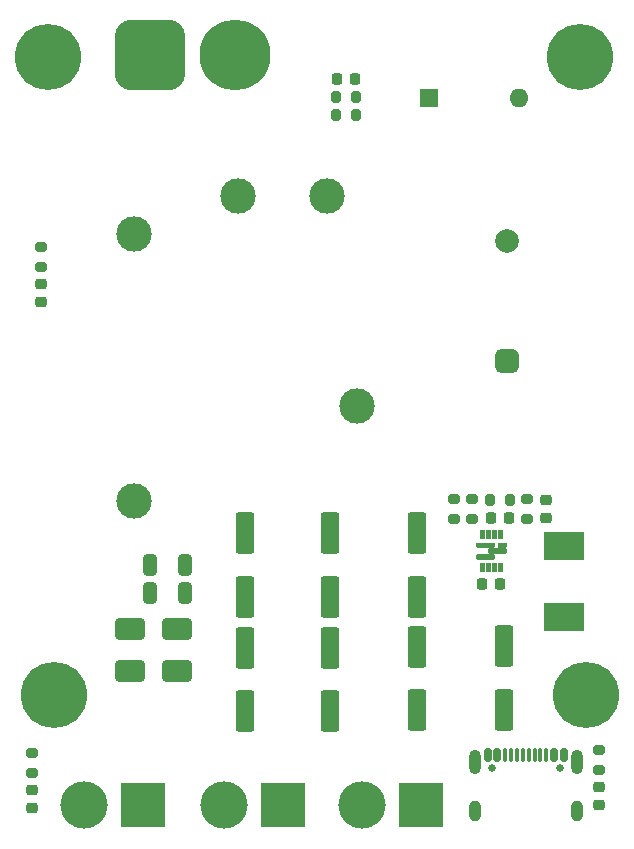
<source format=gbr>
%TF.GenerationSoftware,KiCad,Pcbnew,8.0.5*%
%TF.CreationDate,2024-10-07T09:41:30+08:00*%
%TF.ProjectId,sandersypconverter,73616e64-6572-4737-9970-636f6e766572,rev?*%
%TF.SameCoordinates,Original*%
%TF.FileFunction,Soldermask,Top*%
%TF.FilePolarity,Negative*%
%FSLAX46Y46*%
G04 Gerber Fmt 4.6, Leading zero omitted, Abs format (unit mm)*
G04 Created by KiCad (PCBNEW 8.0.5) date 2024-10-07 09:41:30*
%MOMM*%
%LPD*%
G01*
G04 APERTURE LIST*
G04 Aperture macros list*
%AMRoundRect*
0 Rectangle with rounded corners*
0 $1 Rounding radius*
0 $2 $3 $4 $5 $6 $7 $8 $9 X,Y pos of 4 corners*
0 Add a 4 corners polygon primitive as box body*
4,1,4,$2,$3,$4,$5,$6,$7,$8,$9,$2,$3,0*
0 Add four circle primitives for the rounded corners*
1,1,$1+$1,$2,$3*
1,1,$1+$1,$4,$5*
1,1,$1+$1,$6,$7*
1,1,$1+$1,$8,$9*
0 Add four rect primitives between the rounded corners*
20,1,$1+$1,$2,$3,$4,$5,0*
20,1,$1+$1,$4,$5,$6,$7,0*
20,1,$1+$1,$6,$7,$8,$9,0*
20,1,$1+$1,$8,$9,$2,$3,0*%
G04 Aperture macros list end*
%ADD10C,0.010000*%
%ADD11C,5.600000*%
%ADD12RoundRect,0.218750X0.256250X-0.218750X0.256250X0.218750X-0.256250X0.218750X-0.256250X-0.218750X0*%
%ADD13RoundRect,0.250000X-0.550000X1.500000X-0.550000X-1.500000X0.550000X-1.500000X0.550000X1.500000X0*%
%ADD14R,3.800000X3.800000*%
%ADD15C,4.000000*%
%ADD16RoundRect,0.225000X-0.250000X0.225000X-0.250000X-0.225000X0.250000X-0.225000X0.250000X0.225000X0*%
%ADD17RoundRect,0.200000X-0.200000X-0.275000X0.200000X-0.275000X0.200000X0.275000X-0.200000X0.275000X0*%
%ADD18C,3.000000*%
%ADD19RoundRect,0.250000X1.000000X0.650000X-1.000000X0.650000X-1.000000X-0.650000X1.000000X-0.650000X0*%
%ADD20RoundRect,0.250000X0.550000X-1.500000X0.550000X1.500000X-0.550000X1.500000X-0.550000X-1.500000X0*%
%ADD21RoundRect,0.225000X0.225000X0.250000X-0.225000X0.250000X-0.225000X-0.250000X0.225000X-0.250000X0*%
%ADD22RoundRect,0.218750X-0.218750X-0.256250X0.218750X-0.256250X0.218750X0.256250X-0.218750X0.256250X0*%
%ADD23C,0.650000*%
%ADD24RoundRect,0.150000X-0.150000X-0.425000X0.150000X-0.425000X0.150000X0.425000X-0.150000X0.425000X0*%
%ADD25RoundRect,0.075000X-0.075000X-0.500000X0.075000X-0.500000X0.075000X0.500000X-0.075000X0.500000X0*%
%ADD26O,1.000000X2.100000*%
%ADD27O,1.000000X1.800000*%
%ADD28RoundRect,0.500000X-0.500000X-0.500000X0.500000X-0.500000X0.500000X0.500000X-0.500000X0.500000X0*%
%ADD29C,2.000000*%
%ADD30RoundRect,0.250000X-0.325000X-0.650000X0.325000X-0.650000X0.325000X0.650000X-0.325000X0.650000X0*%
%ADD31RoundRect,1.500000X-1.500000X-1.500000X1.500000X-1.500000X1.500000X1.500000X-1.500000X1.500000X0*%
%ADD32C,6.000000*%
%ADD33RoundRect,0.200000X0.275000X-0.200000X0.275000X0.200000X-0.275000X0.200000X-0.275000X-0.200000X0*%
%ADD34R,3.500000X2.350000*%
%ADD35RoundRect,0.200000X-0.275000X0.200000X-0.275000X-0.200000X0.275000X-0.200000X0.275000X0.200000X0*%
%ADD36R,1.600000X1.600000*%
%ADD37O,1.600000X1.600000*%
G04 APERTURE END LIST*
D10*
%TO.C,U1*%
X141329000Y-95058000D02*
X141335000Y-95058000D01*
X141340000Y-95059000D01*
X141345000Y-95060000D01*
X141350000Y-95062000D01*
X141355000Y-95064000D01*
X141360000Y-95066000D01*
X141364000Y-95068000D01*
X141369000Y-95070000D01*
X141373000Y-95073000D01*
X141378000Y-95076000D01*
X141382000Y-95079000D01*
X141386000Y-95083000D01*
X141390000Y-95086000D01*
X141393000Y-95090000D01*
X141397000Y-95094000D01*
X141400000Y-95098000D01*
X141403000Y-95103000D01*
X141406000Y-95107000D01*
X141408000Y-95112000D01*
X141410000Y-95116000D01*
X141412000Y-95121000D01*
X141414000Y-95126000D01*
X141416000Y-95131000D01*
X141417000Y-95136000D01*
X141418000Y-95141000D01*
X141418000Y-95147000D01*
X141419000Y-95152000D01*
X141419000Y-95157000D01*
X141419000Y-95657000D01*
X141419000Y-95662000D01*
X141418000Y-95667000D01*
X141418000Y-95673000D01*
X141417000Y-95678000D01*
X141416000Y-95683000D01*
X141414000Y-95688000D01*
X141412000Y-95693000D01*
X141410000Y-95698000D01*
X141408000Y-95702000D01*
X141406000Y-95707000D01*
X141403000Y-95711000D01*
X141400000Y-95716000D01*
X141397000Y-95720000D01*
X141393000Y-95724000D01*
X141390000Y-95728000D01*
X141386000Y-95731000D01*
X141382000Y-95735000D01*
X141378000Y-95738000D01*
X141373000Y-95741000D01*
X141369000Y-95744000D01*
X141364000Y-95746000D01*
X141360000Y-95748000D01*
X141355000Y-95750000D01*
X141350000Y-95752000D01*
X141345000Y-95754000D01*
X141340000Y-95755000D01*
X141335000Y-95756000D01*
X141329000Y-95756000D01*
X141324000Y-95757000D01*
X141319000Y-95757000D01*
X141169000Y-95757000D01*
X141164000Y-95757000D01*
X141159000Y-95756000D01*
X141153000Y-95756000D01*
X141148000Y-95755000D01*
X141143000Y-95754000D01*
X141138000Y-95752000D01*
X141133000Y-95750000D01*
X141128000Y-95748000D01*
X141124000Y-95746000D01*
X141119000Y-95744000D01*
X141115000Y-95741000D01*
X141110000Y-95738000D01*
X141106000Y-95735000D01*
X141102000Y-95731000D01*
X141098000Y-95728000D01*
X141095000Y-95724000D01*
X141091000Y-95720000D01*
X141088000Y-95716000D01*
X141085000Y-95711000D01*
X141082000Y-95707000D01*
X141080000Y-95702000D01*
X141078000Y-95698000D01*
X141076000Y-95693000D01*
X141074000Y-95688000D01*
X141072000Y-95683000D01*
X141071000Y-95678000D01*
X141070000Y-95673000D01*
X141070000Y-95667000D01*
X141069000Y-95662000D01*
X141069000Y-95657000D01*
X141069000Y-95157000D01*
X141069000Y-95152000D01*
X141070000Y-95147000D01*
X141070000Y-95141000D01*
X141071000Y-95136000D01*
X141072000Y-95131000D01*
X141074000Y-95126000D01*
X141076000Y-95121000D01*
X141078000Y-95116000D01*
X141080000Y-95112000D01*
X141082000Y-95107000D01*
X141085000Y-95103000D01*
X141088000Y-95098000D01*
X141091000Y-95094000D01*
X141095000Y-95090000D01*
X141098000Y-95086000D01*
X141102000Y-95083000D01*
X141106000Y-95079000D01*
X141110000Y-95076000D01*
X141115000Y-95073000D01*
X141119000Y-95070000D01*
X141124000Y-95068000D01*
X141128000Y-95066000D01*
X141133000Y-95064000D01*
X141138000Y-95062000D01*
X141143000Y-95060000D01*
X141148000Y-95059000D01*
X141153000Y-95058000D01*
X141159000Y-95058000D01*
X141164000Y-95057000D01*
X141169000Y-95057000D01*
X141319000Y-95057000D01*
X141324000Y-95057000D01*
X141329000Y-95058000D01*
G36*
X141329000Y-95058000D02*
G01*
X141335000Y-95058000D01*
X141340000Y-95059000D01*
X141345000Y-95060000D01*
X141350000Y-95062000D01*
X141355000Y-95064000D01*
X141360000Y-95066000D01*
X141364000Y-95068000D01*
X141369000Y-95070000D01*
X141373000Y-95073000D01*
X141378000Y-95076000D01*
X141382000Y-95079000D01*
X141386000Y-95083000D01*
X141390000Y-95086000D01*
X141393000Y-95090000D01*
X141397000Y-95094000D01*
X141400000Y-95098000D01*
X141403000Y-95103000D01*
X141406000Y-95107000D01*
X141408000Y-95112000D01*
X141410000Y-95116000D01*
X141412000Y-95121000D01*
X141414000Y-95126000D01*
X141416000Y-95131000D01*
X141417000Y-95136000D01*
X141418000Y-95141000D01*
X141418000Y-95147000D01*
X141419000Y-95152000D01*
X141419000Y-95157000D01*
X141419000Y-95657000D01*
X141419000Y-95662000D01*
X141418000Y-95667000D01*
X141418000Y-95673000D01*
X141417000Y-95678000D01*
X141416000Y-95683000D01*
X141414000Y-95688000D01*
X141412000Y-95693000D01*
X141410000Y-95698000D01*
X141408000Y-95702000D01*
X141406000Y-95707000D01*
X141403000Y-95711000D01*
X141400000Y-95716000D01*
X141397000Y-95720000D01*
X141393000Y-95724000D01*
X141390000Y-95728000D01*
X141386000Y-95731000D01*
X141382000Y-95735000D01*
X141378000Y-95738000D01*
X141373000Y-95741000D01*
X141369000Y-95744000D01*
X141364000Y-95746000D01*
X141360000Y-95748000D01*
X141355000Y-95750000D01*
X141350000Y-95752000D01*
X141345000Y-95754000D01*
X141340000Y-95755000D01*
X141335000Y-95756000D01*
X141329000Y-95756000D01*
X141324000Y-95757000D01*
X141319000Y-95757000D01*
X141169000Y-95757000D01*
X141164000Y-95757000D01*
X141159000Y-95756000D01*
X141153000Y-95756000D01*
X141148000Y-95755000D01*
X141143000Y-95754000D01*
X141138000Y-95752000D01*
X141133000Y-95750000D01*
X141128000Y-95748000D01*
X141124000Y-95746000D01*
X141119000Y-95744000D01*
X141115000Y-95741000D01*
X141110000Y-95738000D01*
X141106000Y-95735000D01*
X141102000Y-95731000D01*
X141098000Y-95728000D01*
X141095000Y-95724000D01*
X141091000Y-95720000D01*
X141088000Y-95716000D01*
X141085000Y-95711000D01*
X141082000Y-95707000D01*
X141080000Y-95702000D01*
X141078000Y-95698000D01*
X141076000Y-95693000D01*
X141074000Y-95688000D01*
X141072000Y-95683000D01*
X141071000Y-95678000D01*
X141070000Y-95673000D01*
X141070000Y-95667000D01*
X141069000Y-95662000D01*
X141069000Y-95657000D01*
X141069000Y-95157000D01*
X141069000Y-95152000D01*
X141070000Y-95147000D01*
X141070000Y-95141000D01*
X141071000Y-95136000D01*
X141072000Y-95131000D01*
X141074000Y-95126000D01*
X141076000Y-95121000D01*
X141078000Y-95116000D01*
X141080000Y-95112000D01*
X141082000Y-95107000D01*
X141085000Y-95103000D01*
X141088000Y-95098000D01*
X141091000Y-95094000D01*
X141095000Y-95090000D01*
X141098000Y-95086000D01*
X141102000Y-95083000D01*
X141106000Y-95079000D01*
X141110000Y-95076000D01*
X141115000Y-95073000D01*
X141119000Y-95070000D01*
X141124000Y-95068000D01*
X141128000Y-95066000D01*
X141133000Y-95064000D01*
X141138000Y-95062000D01*
X141143000Y-95060000D01*
X141148000Y-95059000D01*
X141153000Y-95058000D01*
X141159000Y-95058000D01*
X141164000Y-95057000D01*
X141169000Y-95057000D01*
X141319000Y-95057000D01*
X141324000Y-95057000D01*
X141329000Y-95058000D01*
G37*
X141329000Y-97858000D02*
X141335000Y-97858000D01*
X141340000Y-97859000D01*
X141345000Y-97860000D01*
X141350000Y-97862000D01*
X141355000Y-97864000D01*
X141360000Y-97866000D01*
X141364000Y-97868000D01*
X141369000Y-97870000D01*
X141373000Y-97873000D01*
X141378000Y-97876000D01*
X141382000Y-97879000D01*
X141386000Y-97883000D01*
X141390000Y-97886000D01*
X141393000Y-97890000D01*
X141397000Y-97894000D01*
X141400000Y-97898000D01*
X141403000Y-97903000D01*
X141406000Y-97907000D01*
X141408000Y-97912000D01*
X141410000Y-97916000D01*
X141412000Y-97921000D01*
X141414000Y-97926000D01*
X141416000Y-97931000D01*
X141417000Y-97936000D01*
X141418000Y-97941000D01*
X141418000Y-97947000D01*
X141419000Y-97952000D01*
X141419000Y-97957000D01*
X141419000Y-98457000D01*
X141419000Y-98462000D01*
X141418000Y-98467000D01*
X141418000Y-98473000D01*
X141417000Y-98478000D01*
X141416000Y-98483000D01*
X141414000Y-98488000D01*
X141412000Y-98493000D01*
X141410000Y-98498000D01*
X141408000Y-98502000D01*
X141406000Y-98507000D01*
X141403000Y-98511000D01*
X141400000Y-98516000D01*
X141397000Y-98520000D01*
X141393000Y-98524000D01*
X141390000Y-98528000D01*
X141386000Y-98531000D01*
X141382000Y-98535000D01*
X141378000Y-98538000D01*
X141373000Y-98541000D01*
X141369000Y-98544000D01*
X141364000Y-98546000D01*
X141360000Y-98548000D01*
X141355000Y-98550000D01*
X141350000Y-98552000D01*
X141345000Y-98554000D01*
X141340000Y-98555000D01*
X141335000Y-98556000D01*
X141329000Y-98556000D01*
X141324000Y-98557000D01*
X141319000Y-98557000D01*
X141169000Y-98557000D01*
X141164000Y-98557000D01*
X141159000Y-98556000D01*
X141153000Y-98556000D01*
X141148000Y-98555000D01*
X141143000Y-98554000D01*
X141138000Y-98552000D01*
X141133000Y-98550000D01*
X141128000Y-98548000D01*
X141124000Y-98546000D01*
X141119000Y-98544000D01*
X141115000Y-98541000D01*
X141110000Y-98538000D01*
X141106000Y-98535000D01*
X141102000Y-98531000D01*
X141098000Y-98528000D01*
X141095000Y-98524000D01*
X141091000Y-98520000D01*
X141088000Y-98516000D01*
X141085000Y-98511000D01*
X141082000Y-98507000D01*
X141080000Y-98502000D01*
X141078000Y-98498000D01*
X141076000Y-98493000D01*
X141074000Y-98488000D01*
X141072000Y-98483000D01*
X141071000Y-98478000D01*
X141070000Y-98473000D01*
X141070000Y-98467000D01*
X141069000Y-98462000D01*
X141069000Y-98457000D01*
X141069000Y-97957000D01*
X141069000Y-97952000D01*
X141070000Y-97947000D01*
X141070000Y-97941000D01*
X141071000Y-97936000D01*
X141072000Y-97931000D01*
X141074000Y-97926000D01*
X141076000Y-97921000D01*
X141078000Y-97916000D01*
X141080000Y-97912000D01*
X141082000Y-97907000D01*
X141085000Y-97903000D01*
X141088000Y-97898000D01*
X141091000Y-97894000D01*
X141095000Y-97890000D01*
X141098000Y-97886000D01*
X141102000Y-97883000D01*
X141106000Y-97879000D01*
X141110000Y-97876000D01*
X141115000Y-97873000D01*
X141119000Y-97870000D01*
X141124000Y-97868000D01*
X141128000Y-97866000D01*
X141133000Y-97864000D01*
X141138000Y-97862000D01*
X141143000Y-97860000D01*
X141148000Y-97859000D01*
X141153000Y-97858000D01*
X141159000Y-97858000D01*
X141164000Y-97857000D01*
X141169000Y-97857000D01*
X141319000Y-97857000D01*
X141324000Y-97857000D01*
X141329000Y-97858000D01*
G36*
X141329000Y-97858000D02*
G01*
X141335000Y-97858000D01*
X141340000Y-97859000D01*
X141345000Y-97860000D01*
X141350000Y-97862000D01*
X141355000Y-97864000D01*
X141360000Y-97866000D01*
X141364000Y-97868000D01*
X141369000Y-97870000D01*
X141373000Y-97873000D01*
X141378000Y-97876000D01*
X141382000Y-97879000D01*
X141386000Y-97883000D01*
X141390000Y-97886000D01*
X141393000Y-97890000D01*
X141397000Y-97894000D01*
X141400000Y-97898000D01*
X141403000Y-97903000D01*
X141406000Y-97907000D01*
X141408000Y-97912000D01*
X141410000Y-97916000D01*
X141412000Y-97921000D01*
X141414000Y-97926000D01*
X141416000Y-97931000D01*
X141417000Y-97936000D01*
X141418000Y-97941000D01*
X141418000Y-97947000D01*
X141419000Y-97952000D01*
X141419000Y-97957000D01*
X141419000Y-98457000D01*
X141419000Y-98462000D01*
X141418000Y-98467000D01*
X141418000Y-98473000D01*
X141417000Y-98478000D01*
X141416000Y-98483000D01*
X141414000Y-98488000D01*
X141412000Y-98493000D01*
X141410000Y-98498000D01*
X141408000Y-98502000D01*
X141406000Y-98507000D01*
X141403000Y-98511000D01*
X141400000Y-98516000D01*
X141397000Y-98520000D01*
X141393000Y-98524000D01*
X141390000Y-98528000D01*
X141386000Y-98531000D01*
X141382000Y-98535000D01*
X141378000Y-98538000D01*
X141373000Y-98541000D01*
X141369000Y-98544000D01*
X141364000Y-98546000D01*
X141360000Y-98548000D01*
X141355000Y-98550000D01*
X141350000Y-98552000D01*
X141345000Y-98554000D01*
X141340000Y-98555000D01*
X141335000Y-98556000D01*
X141329000Y-98556000D01*
X141324000Y-98557000D01*
X141319000Y-98557000D01*
X141169000Y-98557000D01*
X141164000Y-98557000D01*
X141159000Y-98556000D01*
X141153000Y-98556000D01*
X141148000Y-98555000D01*
X141143000Y-98554000D01*
X141138000Y-98552000D01*
X141133000Y-98550000D01*
X141128000Y-98548000D01*
X141124000Y-98546000D01*
X141119000Y-98544000D01*
X141115000Y-98541000D01*
X141110000Y-98538000D01*
X141106000Y-98535000D01*
X141102000Y-98531000D01*
X141098000Y-98528000D01*
X141095000Y-98524000D01*
X141091000Y-98520000D01*
X141088000Y-98516000D01*
X141085000Y-98511000D01*
X141082000Y-98507000D01*
X141080000Y-98502000D01*
X141078000Y-98498000D01*
X141076000Y-98493000D01*
X141074000Y-98488000D01*
X141072000Y-98483000D01*
X141071000Y-98478000D01*
X141070000Y-98473000D01*
X141070000Y-98467000D01*
X141069000Y-98462000D01*
X141069000Y-98457000D01*
X141069000Y-97957000D01*
X141069000Y-97952000D01*
X141070000Y-97947000D01*
X141070000Y-97941000D01*
X141071000Y-97936000D01*
X141072000Y-97931000D01*
X141074000Y-97926000D01*
X141076000Y-97921000D01*
X141078000Y-97916000D01*
X141080000Y-97912000D01*
X141082000Y-97907000D01*
X141085000Y-97903000D01*
X141088000Y-97898000D01*
X141091000Y-97894000D01*
X141095000Y-97890000D01*
X141098000Y-97886000D01*
X141102000Y-97883000D01*
X141106000Y-97879000D01*
X141110000Y-97876000D01*
X141115000Y-97873000D01*
X141119000Y-97870000D01*
X141124000Y-97868000D01*
X141128000Y-97866000D01*
X141133000Y-97864000D01*
X141138000Y-97862000D01*
X141143000Y-97860000D01*
X141148000Y-97859000D01*
X141153000Y-97858000D01*
X141159000Y-97858000D01*
X141164000Y-97857000D01*
X141169000Y-97857000D01*
X141319000Y-97857000D01*
X141324000Y-97857000D01*
X141329000Y-97858000D01*
G37*
X141829000Y-95058000D02*
X141835000Y-95058000D01*
X141840000Y-95059000D01*
X141845000Y-95060000D01*
X141850000Y-95062000D01*
X141855000Y-95064000D01*
X141860000Y-95066000D01*
X141864000Y-95068000D01*
X141869000Y-95070000D01*
X141873000Y-95073000D01*
X141878000Y-95076000D01*
X141882000Y-95079000D01*
X141886000Y-95083000D01*
X141890000Y-95086000D01*
X141893000Y-95090000D01*
X141897000Y-95094000D01*
X141900000Y-95098000D01*
X141903000Y-95103000D01*
X141906000Y-95107000D01*
X141908000Y-95112000D01*
X141910000Y-95116000D01*
X141912000Y-95121000D01*
X141914000Y-95126000D01*
X141916000Y-95131000D01*
X141917000Y-95136000D01*
X141918000Y-95141000D01*
X141918000Y-95147000D01*
X141919000Y-95152000D01*
X141919000Y-95157000D01*
X141919000Y-95657000D01*
X141919000Y-95662000D01*
X141918000Y-95667000D01*
X141918000Y-95673000D01*
X141917000Y-95678000D01*
X141916000Y-95683000D01*
X141914000Y-95688000D01*
X141912000Y-95693000D01*
X141910000Y-95698000D01*
X141908000Y-95702000D01*
X141906000Y-95707000D01*
X141903000Y-95711000D01*
X141900000Y-95716000D01*
X141897000Y-95720000D01*
X141893000Y-95724000D01*
X141890000Y-95728000D01*
X141886000Y-95731000D01*
X141882000Y-95735000D01*
X141878000Y-95738000D01*
X141873000Y-95741000D01*
X141869000Y-95744000D01*
X141864000Y-95746000D01*
X141860000Y-95748000D01*
X141855000Y-95750000D01*
X141850000Y-95752000D01*
X141845000Y-95754000D01*
X141840000Y-95755000D01*
X141835000Y-95756000D01*
X141829000Y-95756000D01*
X141824000Y-95757000D01*
X141819000Y-95757000D01*
X141669000Y-95757000D01*
X141664000Y-95757000D01*
X141659000Y-95756000D01*
X141653000Y-95756000D01*
X141648000Y-95755000D01*
X141643000Y-95754000D01*
X141638000Y-95752000D01*
X141633000Y-95750000D01*
X141628000Y-95748000D01*
X141624000Y-95746000D01*
X141619000Y-95744000D01*
X141615000Y-95741000D01*
X141610000Y-95738000D01*
X141606000Y-95735000D01*
X141602000Y-95731000D01*
X141598000Y-95728000D01*
X141595000Y-95724000D01*
X141591000Y-95720000D01*
X141588000Y-95716000D01*
X141585000Y-95711000D01*
X141582000Y-95707000D01*
X141580000Y-95702000D01*
X141578000Y-95698000D01*
X141576000Y-95693000D01*
X141574000Y-95688000D01*
X141572000Y-95683000D01*
X141571000Y-95678000D01*
X141570000Y-95673000D01*
X141570000Y-95667000D01*
X141569000Y-95662000D01*
X141569000Y-95657000D01*
X141569000Y-95157000D01*
X141569000Y-95152000D01*
X141570000Y-95147000D01*
X141570000Y-95141000D01*
X141571000Y-95136000D01*
X141572000Y-95131000D01*
X141574000Y-95126000D01*
X141576000Y-95121000D01*
X141578000Y-95116000D01*
X141580000Y-95112000D01*
X141582000Y-95107000D01*
X141585000Y-95103000D01*
X141588000Y-95098000D01*
X141591000Y-95094000D01*
X141595000Y-95090000D01*
X141598000Y-95086000D01*
X141602000Y-95083000D01*
X141606000Y-95079000D01*
X141610000Y-95076000D01*
X141615000Y-95073000D01*
X141619000Y-95070000D01*
X141624000Y-95068000D01*
X141628000Y-95066000D01*
X141633000Y-95064000D01*
X141638000Y-95062000D01*
X141643000Y-95060000D01*
X141648000Y-95059000D01*
X141653000Y-95058000D01*
X141659000Y-95058000D01*
X141664000Y-95057000D01*
X141669000Y-95057000D01*
X141819000Y-95057000D01*
X141824000Y-95057000D01*
X141829000Y-95058000D01*
G36*
X141829000Y-95058000D02*
G01*
X141835000Y-95058000D01*
X141840000Y-95059000D01*
X141845000Y-95060000D01*
X141850000Y-95062000D01*
X141855000Y-95064000D01*
X141860000Y-95066000D01*
X141864000Y-95068000D01*
X141869000Y-95070000D01*
X141873000Y-95073000D01*
X141878000Y-95076000D01*
X141882000Y-95079000D01*
X141886000Y-95083000D01*
X141890000Y-95086000D01*
X141893000Y-95090000D01*
X141897000Y-95094000D01*
X141900000Y-95098000D01*
X141903000Y-95103000D01*
X141906000Y-95107000D01*
X141908000Y-95112000D01*
X141910000Y-95116000D01*
X141912000Y-95121000D01*
X141914000Y-95126000D01*
X141916000Y-95131000D01*
X141917000Y-95136000D01*
X141918000Y-95141000D01*
X141918000Y-95147000D01*
X141919000Y-95152000D01*
X141919000Y-95157000D01*
X141919000Y-95657000D01*
X141919000Y-95662000D01*
X141918000Y-95667000D01*
X141918000Y-95673000D01*
X141917000Y-95678000D01*
X141916000Y-95683000D01*
X141914000Y-95688000D01*
X141912000Y-95693000D01*
X141910000Y-95698000D01*
X141908000Y-95702000D01*
X141906000Y-95707000D01*
X141903000Y-95711000D01*
X141900000Y-95716000D01*
X141897000Y-95720000D01*
X141893000Y-95724000D01*
X141890000Y-95728000D01*
X141886000Y-95731000D01*
X141882000Y-95735000D01*
X141878000Y-95738000D01*
X141873000Y-95741000D01*
X141869000Y-95744000D01*
X141864000Y-95746000D01*
X141860000Y-95748000D01*
X141855000Y-95750000D01*
X141850000Y-95752000D01*
X141845000Y-95754000D01*
X141840000Y-95755000D01*
X141835000Y-95756000D01*
X141829000Y-95756000D01*
X141824000Y-95757000D01*
X141819000Y-95757000D01*
X141669000Y-95757000D01*
X141664000Y-95757000D01*
X141659000Y-95756000D01*
X141653000Y-95756000D01*
X141648000Y-95755000D01*
X141643000Y-95754000D01*
X141638000Y-95752000D01*
X141633000Y-95750000D01*
X141628000Y-95748000D01*
X141624000Y-95746000D01*
X141619000Y-95744000D01*
X141615000Y-95741000D01*
X141610000Y-95738000D01*
X141606000Y-95735000D01*
X141602000Y-95731000D01*
X141598000Y-95728000D01*
X141595000Y-95724000D01*
X141591000Y-95720000D01*
X141588000Y-95716000D01*
X141585000Y-95711000D01*
X141582000Y-95707000D01*
X141580000Y-95702000D01*
X141578000Y-95698000D01*
X141576000Y-95693000D01*
X141574000Y-95688000D01*
X141572000Y-95683000D01*
X141571000Y-95678000D01*
X141570000Y-95673000D01*
X141570000Y-95667000D01*
X141569000Y-95662000D01*
X141569000Y-95657000D01*
X141569000Y-95157000D01*
X141569000Y-95152000D01*
X141570000Y-95147000D01*
X141570000Y-95141000D01*
X141571000Y-95136000D01*
X141572000Y-95131000D01*
X141574000Y-95126000D01*
X141576000Y-95121000D01*
X141578000Y-95116000D01*
X141580000Y-95112000D01*
X141582000Y-95107000D01*
X141585000Y-95103000D01*
X141588000Y-95098000D01*
X141591000Y-95094000D01*
X141595000Y-95090000D01*
X141598000Y-95086000D01*
X141602000Y-95083000D01*
X141606000Y-95079000D01*
X141610000Y-95076000D01*
X141615000Y-95073000D01*
X141619000Y-95070000D01*
X141624000Y-95068000D01*
X141628000Y-95066000D01*
X141633000Y-95064000D01*
X141638000Y-95062000D01*
X141643000Y-95060000D01*
X141648000Y-95059000D01*
X141653000Y-95058000D01*
X141659000Y-95058000D01*
X141664000Y-95057000D01*
X141669000Y-95057000D01*
X141819000Y-95057000D01*
X141824000Y-95057000D01*
X141829000Y-95058000D01*
G37*
X141829000Y-97858000D02*
X141835000Y-97858000D01*
X141840000Y-97859000D01*
X141845000Y-97860000D01*
X141850000Y-97862000D01*
X141855000Y-97864000D01*
X141860000Y-97866000D01*
X141864000Y-97868000D01*
X141869000Y-97870000D01*
X141873000Y-97873000D01*
X141878000Y-97876000D01*
X141882000Y-97879000D01*
X141886000Y-97883000D01*
X141890000Y-97886000D01*
X141893000Y-97890000D01*
X141897000Y-97894000D01*
X141900000Y-97898000D01*
X141903000Y-97903000D01*
X141906000Y-97907000D01*
X141908000Y-97912000D01*
X141910000Y-97916000D01*
X141912000Y-97921000D01*
X141914000Y-97926000D01*
X141916000Y-97931000D01*
X141917000Y-97936000D01*
X141918000Y-97941000D01*
X141918000Y-97947000D01*
X141919000Y-97952000D01*
X141919000Y-97957000D01*
X141919000Y-98457000D01*
X141919000Y-98462000D01*
X141918000Y-98467000D01*
X141918000Y-98473000D01*
X141917000Y-98478000D01*
X141916000Y-98483000D01*
X141914000Y-98488000D01*
X141912000Y-98493000D01*
X141910000Y-98498000D01*
X141908000Y-98502000D01*
X141906000Y-98507000D01*
X141903000Y-98511000D01*
X141900000Y-98516000D01*
X141897000Y-98520000D01*
X141893000Y-98524000D01*
X141890000Y-98528000D01*
X141886000Y-98531000D01*
X141882000Y-98535000D01*
X141878000Y-98538000D01*
X141873000Y-98541000D01*
X141869000Y-98544000D01*
X141864000Y-98546000D01*
X141860000Y-98548000D01*
X141855000Y-98550000D01*
X141850000Y-98552000D01*
X141845000Y-98554000D01*
X141840000Y-98555000D01*
X141835000Y-98556000D01*
X141829000Y-98556000D01*
X141824000Y-98557000D01*
X141819000Y-98557000D01*
X141669000Y-98557000D01*
X141664000Y-98557000D01*
X141659000Y-98556000D01*
X141653000Y-98556000D01*
X141648000Y-98555000D01*
X141643000Y-98554000D01*
X141638000Y-98552000D01*
X141633000Y-98550000D01*
X141628000Y-98548000D01*
X141624000Y-98546000D01*
X141619000Y-98544000D01*
X141615000Y-98541000D01*
X141610000Y-98538000D01*
X141606000Y-98535000D01*
X141602000Y-98531000D01*
X141598000Y-98528000D01*
X141595000Y-98524000D01*
X141591000Y-98520000D01*
X141588000Y-98516000D01*
X141585000Y-98511000D01*
X141582000Y-98507000D01*
X141580000Y-98502000D01*
X141578000Y-98498000D01*
X141576000Y-98493000D01*
X141574000Y-98488000D01*
X141572000Y-98483000D01*
X141571000Y-98478000D01*
X141570000Y-98473000D01*
X141570000Y-98467000D01*
X141569000Y-98462000D01*
X141569000Y-98457000D01*
X141569000Y-97957000D01*
X141569000Y-97952000D01*
X141570000Y-97947000D01*
X141570000Y-97941000D01*
X141571000Y-97936000D01*
X141572000Y-97931000D01*
X141574000Y-97926000D01*
X141576000Y-97921000D01*
X141578000Y-97916000D01*
X141580000Y-97912000D01*
X141582000Y-97907000D01*
X141585000Y-97903000D01*
X141588000Y-97898000D01*
X141591000Y-97894000D01*
X141595000Y-97890000D01*
X141598000Y-97886000D01*
X141602000Y-97883000D01*
X141606000Y-97879000D01*
X141610000Y-97876000D01*
X141615000Y-97873000D01*
X141619000Y-97870000D01*
X141624000Y-97868000D01*
X141628000Y-97866000D01*
X141633000Y-97864000D01*
X141638000Y-97862000D01*
X141643000Y-97860000D01*
X141648000Y-97859000D01*
X141653000Y-97858000D01*
X141659000Y-97858000D01*
X141664000Y-97857000D01*
X141669000Y-97857000D01*
X141819000Y-97857000D01*
X141824000Y-97857000D01*
X141829000Y-97858000D01*
G36*
X141829000Y-97858000D02*
G01*
X141835000Y-97858000D01*
X141840000Y-97859000D01*
X141845000Y-97860000D01*
X141850000Y-97862000D01*
X141855000Y-97864000D01*
X141860000Y-97866000D01*
X141864000Y-97868000D01*
X141869000Y-97870000D01*
X141873000Y-97873000D01*
X141878000Y-97876000D01*
X141882000Y-97879000D01*
X141886000Y-97883000D01*
X141890000Y-97886000D01*
X141893000Y-97890000D01*
X141897000Y-97894000D01*
X141900000Y-97898000D01*
X141903000Y-97903000D01*
X141906000Y-97907000D01*
X141908000Y-97912000D01*
X141910000Y-97916000D01*
X141912000Y-97921000D01*
X141914000Y-97926000D01*
X141916000Y-97931000D01*
X141917000Y-97936000D01*
X141918000Y-97941000D01*
X141918000Y-97947000D01*
X141919000Y-97952000D01*
X141919000Y-97957000D01*
X141919000Y-98457000D01*
X141919000Y-98462000D01*
X141918000Y-98467000D01*
X141918000Y-98473000D01*
X141917000Y-98478000D01*
X141916000Y-98483000D01*
X141914000Y-98488000D01*
X141912000Y-98493000D01*
X141910000Y-98498000D01*
X141908000Y-98502000D01*
X141906000Y-98507000D01*
X141903000Y-98511000D01*
X141900000Y-98516000D01*
X141897000Y-98520000D01*
X141893000Y-98524000D01*
X141890000Y-98528000D01*
X141886000Y-98531000D01*
X141882000Y-98535000D01*
X141878000Y-98538000D01*
X141873000Y-98541000D01*
X141869000Y-98544000D01*
X141864000Y-98546000D01*
X141860000Y-98548000D01*
X141855000Y-98550000D01*
X141850000Y-98552000D01*
X141845000Y-98554000D01*
X141840000Y-98555000D01*
X141835000Y-98556000D01*
X141829000Y-98556000D01*
X141824000Y-98557000D01*
X141819000Y-98557000D01*
X141669000Y-98557000D01*
X141664000Y-98557000D01*
X141659000Y-98556000D01*
X141653000Y-98556000D01*
X141648000Y-98555000D01*
X141643000Y-98554000D01*
X141638000Y-98552000D01*
X141633000Y-98550000D01*
X141628000Y-98548000D01*
X141624000Y-98546000D01*
X141619000Y-98544000D01*
X141615000Y-98541000D01*
X141610000Y-98538000D01*
X141606000Y-98535000D01*
X141602000Y-98531000D01*
X141598000Y-98528000D01*
X141595000Y-98524000D01*
X141591000Y-98520000D01*
X141588000Y-98516000D01*
X141585000Y-98511000D01*
X141582000Y-98507000D01*
X141580000Y-98502000D01*
X141578000Y-98498000D01*
X141576000Y-98493000D01*
X141574000Y-98488000D01*
X141572000Y-98483000D01*
X141571000Y-98478000D01*
X141570000Y-98473000D01*
X141570000Y-98467000D01*
X141569000Y-98462000D01*
X141569000Y-98457000D01*
X141569000Y-97957000D01*
X141569000Y-97952000D01*
X141570000Y-97947000D01*
X141570000Y-97941000D01*
X141571000Y-97936000D01*
X141572000Y-97931000D01*
X141574000Y-97926000D01*
X141576000Y-97921000D01*
X141578000Y-97916000D01*
X141580000Y-97912000D01*
X141582000Y-97907000D01*
X141585000Y-97903000D01*
X141588000Y-97898000D01*
X141591000Y-97894000D01*
X141595000Y-97890000D01*
X141598000Y-97886000D01*
X141602000Y-97883000D01*
X141606000Y-97879000D01*
X141610000Y-97876000D01*
X141615000Y-97873000D01*
X141619000Y-97870000D01*
X141624000Y-97868000D01*
X141628000Y-97866000D01*
X141633000Y-97864000D01*
X141638000Y-97862000D01*
X141643000Y-97860000D01*
X141648000Y-97859000D01*
X141653000Y-97858000D01*
X141659000Y-97858000D01*
X141664000Y-97857000D01*
X141669000Y-97857000D01*
X141819000Y-97857000D01*
X141824000Y-97857000D01*
X141829000Y-97858000D01*
G37*
X142329000Y-95058000D02*
X142335000Y-95058000D01*
X142340000Y-95059000D01*
X142345000Y-95060000D01*
X142350000Y-95062000D01*
X142355000Y-95064000D01*
X142360000Y-95066000D01*
X142364000Y-95068000D01*
X142369000Y-95070000D01*
X142373000Y-95073000D01*
X142378000Y-95076000D01*
X142382000Y-95079000D01*
X142386000Y-95083000D01*
X142390000Y-95086000D01*
X142393000Y-95090000D01*
X142397000Y-95094000D01*
X142400000Y-95098000D01*
X142403000Y-95103000D01*
X142406000Y-95107000D01*
X142408000Y-95112000D01*
X142410000Y-95116000D01*
X142412000Y-95121000D01*
X142414000Y-95126000D01*
X142416000Y-95131000D01*
X142417000Y-95136000D01*
X142418000Y-95141000D01*
X142418000Y-95147000D01*
X142419000Y-95152000D01*
X142419000Y-95157000D01*
X142419000Y-95657000D01*
X142419000Y-95662000D01*
X142418000Y-95667000D01*
X142418000Y-95673000D01*
X142417000Y-95678000D01*
X142416000Y-95683000D01*
X142414000Y-95688000D01*
X142412000Y-95693000D01*
X142410000Y-95698000D01*
X142408000Y-95702000D01*
X142406000Y-95707000D01*
X142403000Y-95711000D01*
X142400000Y-95716000D01*
X142397000Y-95720000D01*
X142393000Y-95724000D01*
X142390000Y-95728000D01*
X142386000Y-95731000D01*
X142382000Y-95735000D01*
X142378000Y-95738000D01*
X142373000Y-95741000D01*
X142369000Y-95744000D01*
X142364000Y-95746000D01*
X142360000Y-95748000D01*
X142355000Y-95750000D01*
X142350000Y-95752000D01*
X142345000Y-95754000D01*
X142340000Y-95755000D01*
X142335000Y-95756000D01*
X142329000Y-95756000D01*
X142324000Y-95757000D01*
X142319000Y-95757000D01*
X142169000Y-95757000D01*
X142164000Y-95757000D01*
X142159000Y-95756000D01*
X142153000Y-95756000D01*
X142148000Y-95755000D01*
X142143000Y-95754000D01*
X142138000Y-95752000D01*
X142133000Y-95750000D01*
X142128000Y-95748000D01*
X142124000Y-95746000D01*
X142119000Y-95744000D01*
X142115000Y-95741000D01*
X142110000Y-95738000D01*
X142106000Y-95735000D01*
X142102000Y-95731000D01*
X142098000Y-95728000D01*
X142095000Y-95724000D01*
X142091000Y-95720000D01*
X142088000Y-95716000D01*
X142085000Y-95711000D01*
X142082000Y-95707000D01*
X142080000Y-95702000D01*
X142078000Y-95698000D01*
X142076000Y-95693000D01*
X142074000Y-95688000D01*
X142072000Y-95683000D01*
X142071000Y-95678000D01*
X142070000Y-95673000D01*
X142070000Y-95667000D01*
X142069000Y-95662000D01*
X142069000Y-95657000D01*
X142069000Y-95157000D01*
X142069000Y-95152000D01*
X142070000Y-95147000D01*
X142070000Y-95141000D01*
X142071000Y-95136000D01*
X142072000Y-95131000D01*
X142074000Y-95126000D01*
X142076000Y-95121000D01*
X142078000Y-95116000D01*
X142080000Y-95112000D01*
X142082000Y-95107000D01*
X142085000Y-95103000D01*
X142088000Y-95098000D01*
X142091000Y-95094000D01*
X142095000Y-95090000D01*
X142098000Y-95086000D01*
X142102000Y-95083000D01*
X142106000Y-95079000D01*
X142110000Y-95076000D01*
X142115000Y-95073000D01*
X142119000Y-95070000D01*
X142124000Y-95068000D01*
X142128000Y-95066000D01*
X142133000Y-95064000D01*
X142138000Y-95062000D01*
X142143000Y-95060000D01*
X142148000Y-95059000D01*
X142153000Y-95058000D01*
X142159000Y-95058000D01*
X142164000Y-95057000D01*
X142169000Y-95057000D01*
X142319000Y-95057000D01*
X142324000Y-95057000D01*
X142329000Y-95058000D01*
G36*
X142329000Y-95058000D02*
G01*
X142335000Y-95058000D01*
X142340000Y-95059000D01*
X142345000Y-95060000D01*
X142350000Y-95062000D01*
X142355000Y-95064000D01*
X142360000Y-95066000D01*
X142364000Y-95068000D01*
X142369000Y-95070000D01*
X142373000Y-95073000D01*
X142378000Y-95076000D01*
X142382000Y-95079000D01*
X142386000Y-95083000D01*
X142390000Y-95086000D01*
X142393000Y-95090000D01*
X142397000Y-95094000D01*
X142400000Y-95098000D01*
X142403000Y-95103000D01*
X142406000Y-95107000D01*
X142408000Y-95112000D01*
X142410000Y-95116000D01*
X142412000Y-95121000D01*
X142414000Y-95126000D01*
X142416000Y-95131000D01*
X142417000Y-95136000D01*
X142418000Y-95141000D01*
X142418000Y-95147000D01*
X142419000Y-95152000D01*
X142419000Y-95157000D01*
X142419000Y-95657000D01*
X142419000Y-95662000D01*
X142418000Y-95667000D01*
X142418000Y-95673000D01*
X142417000Y-95678000D01*
X142416000Y-95683000D01*
X142414000Y-95688000D01*
X142412000Y-95693000D01*
X142410000Y-95698000D01*
X142408000Y-95702000D01*
X142406000Y-95707000D01*
X142403000Y-95711000D01*
X142400000Y-95716000D01*
X142397000Y-95720000D01*
X142393000Y-95724000D01*
X142390000Y-95728000D01*
X142386000Y-95731000D01*
X142382000Y-95735000D01*
X142378000Y-95738000D01*
X142373000Y-95741000D01*
X142369000Y-95744000D01*
X142364000Y-95746000D01*
X142360000Y-95748000D01*
X142355000Y-95750000D01*
X142350000Y-95752000D01*
X142345000Y-95754000D01*
X142340000Y-95755000D01*
X142335000Y-95756000D01*
X142329000Y-95756000D01*
X142324000Y-95757000D01*
X142319000Y-95757000D01*
X142169000Y-95757000D01*
X142164000Y-95757000D01*
X142159000Y-95756000D01*
X142153000Y-95756000D01*
X142148000Y-95755000D01*
X142143000Y-95754000D01*
X142138000Y-95752000D01*
X142133000Y-95750000D01*
X142128000Y-95748000D01*
X142124000Y-95746000D01*
X142119000Y-95744000D01*
X142115000Y-95741000D01*
X142110000Y-95738000D01*
X142106000Y-95735000D01*
X142102000Y-95731000D01*
X142098000Y-95728000D01*
X142095000Y-95724000D01*
X142091000Y-95720000D01*
X142088000Y-95716000D01*
X142085000Y-95711000D01*
X142082000Y-95707000D01*
X142080000Y-95702000D01*
X142078000Y-95698000D01*
X142076000Y-95693000D01*
X142074000Y-95688000D01*
X142072000Y-95683000D01*
X142071000Y-95678000D01*
X142070000Y-95673000D01*
X142070000Y-95667000D01*
X142069000Y-95662000D01*
X142069000Y-95657000D01*
X142069000Y-95157000D01*
X142069000Y-95152000D01*
X142070000Y-95147000D01*
X142070000Y-95141000D01*
X142071000Y-95136000D01*
X142072000Y-95131000D01*
X142074000Y-95126000D01*
X142076000Y-95121000D01*
X142078000Y-95116000D01*
X142080000Y-95112000D01*
X142082000Y-95107000D01*
X142085000Y-95103000D01*
X142088000Y-95098000D01*
X142091000Y-95094000D01*
X142095000Y-95090000D01*
X142098000Y-95086000D01*
X142102000Y-95083000D01*
X142106000Y-95079000D01*
X142110000Y-95076000D01*
X142115000Y-95073000D01*
X142119000Y-95070000D01*
X142124000Y-95068000D01*
X142128000Y-95066000D01*
X142133000Y-95064000D01*
X142138000Y-95062000D01*
X142143000Y-95060000D01*
X142148000Y-95059000D01*
X142153000Y-95058000D01*
X142159000Y-95058000D01*
X142164000Y-95057000D01*
X142169000Y-95057000D01*
X142319000Y-95057000D01*
X142324000Y-95057000D01*
X142329000Y-95058000D01*
G37*
X142329000Y-97858000D02*
X142335000Y-97858000D01*
X142340000Y-97859000D01*
X142345000Y-97860000D01*
X142350000Y-97862000D01*
X142355000Y-97864000D01*
X142360000Y-97866000D01*
X142364000Y-97868000D01*
X142369000Y-97870000D01*
X142373000Y-97873000D01*
X142378000Y-97876000D01*
X142382000Y-97879000D01*
X142386000Y-97883000D01*
X142390000Y-97886000D01*
X142393000Y-97890000D01*
X142397000Y-97894000D01*
X142400000Y-97898000D01*
X142403000Y-97903000D01*
X142406000Y-97907000D01*
X142408000Y-97912000D01*
X142410000Y-97916000D01*
X142412000Y-97921000D01*
X142414000Y-97926000D01*
X142416000Y-97931000D01*
X142417000Y-97936000D01*
X142418000Y-97941000D01*
X142418000Y-97947000D01*
X142419000Y-97952000D01*
X142419000Y-97957000D01*
X142419000Y-98457000D01*
X142419000Y-98462000D01*
X142418000Y-98467000D01*
X142418000Y-98473000D01*
X142417000Y-98478000D01*
X142416000Y-98483000D01*
X142414000Y-98488000D01*
X142412000Y-98493000D01*
X142410000Y-98498000D01*
X142408000Y-98502000D01*
X142406000Y-98507000D01*
X142403000Y-98511000D01*
X142400000Y-98516000D01*
X142397000Y-98520000D01*
X142393000Y-98524000D01*
X142390000Y-98528000D01*
X142386000Y-98531000D01*
X142382000Y-98535000D01*
X142378000Y-98538000D01*
X142373000Y-98541000D01*
X142369000Y-98544000D01*
X142364000Y-98546000D01*
X142360000Y-98548000D01*
X142355000Y-98550000D01*
X142350000Y-98552000D01*
X142345000Y-98554000D01*
X142340000Y-98555000D01*
X142335000Y-98556000D01*
X142329000Y-98556000D01*
X142324000Y-98557000D01*
X142319000Y-98557000D01*
X142169000Y-98557000D01*
X142164000Y-98557000D01*
X142159000Y-98556000D01*
X142153000Y-98556000D01*
X142148000Y-98555000D01*
X142143000Y-98554000D01*
X142138000Y-98552000D01*
X142133000Y-98550000D01*
X142128000Y-98548000D01*
X142124000Y-98546000D01*
X142119000Y-98544000D01*
X142115000Y-98541000D01*
X142110000Y-98538000D01*
X142106000Y-98535000D01*
X142102000Y-98531000D01*
X142098000Y-98528000D01*
X142095000Y-98524000D01*
X142091000Y-98520000D01*
X142088000Y-98516000D01*
X142085000Y-98511000D01*
X142082000Y-98507000D01*
X142080000Y-98502000D01*
X142078000Y-98498000D01*
X142076000Y-98493000D01*
X142074000Y-98488000D01*
X142072000Y-98483000D01*
X142071000Y-98478000D01*
X142070000Y-98473000D01*
X142070000Y-98467000D01*
X142069000Y-98462000D01*
X142069000Y-98457000D01*
X142069000Y-97957000D01*
X142069000Y-97952000D01*
X142070000Y-97947000D01*
X142070000Y-97941000D01*
X142071000Y-97936000D01*
X142072000Y-97931000D01*
X142074000Y-97926000D01*
X142076000Y-97921000D01*
X142078000Y-97916000D01*
X142080000Y-97912000D01*
X142082000Y-97907000D01*
X142085000Y-97903000D01*
X142088000Y-97898000D01*
X142091000Y-97894000D01*
X142095000Y-97890000D01*
X142098000Y-97886000D01*
X142102000Y-97883000D01*
X142106000Y-97879000D01*
X142110000Y-97876000D01*
X142115000Y-97873000D01*
X142119000Y-97870000D01*
X142124000Y-97868000D01*
X142128000Y-97866000D01*
X142133000Y-97864000D01*
X142138000Y-97862000D01*
X142143000Y-97860000D01*
X142148000Y-97859000D01*
X142153000Y-97858000D01*
X142159000Y-97858000D01*
X142164000Y-97857000D01*
X142169000Y-97857000D01*
X142319000Y-97857000D01*
X142324000Y-97857000D01*
X142329000Y-97858000D01*
G36*
X142329000Y-97858000D02*
G01*
X142335000Y-97858000D01*
X142340000Y-97859000D01*
X142345000Y-97860000D01*
X142350000Y-97862000D01*
X142355000Y-97864000D01*
X142360000Y-97866000D01*
X142364000Y-97868000D01*
X142369000Y-97870000D01*
X142373000Y-97873000D01*
X142378000Y-97876000D01*
X142382000Y-97879000D01*
X142386000Y-97883000D01*
X142390000Y-97886000D01*
X142393000Y-97890000D01*
X142397000Y-97894000D01*
X142400000Y-97898000D01*
X142403000Y-97903000D01*
X142406000Y-97907000D01*
X142408000Y-97912000D01*
X142410000Y-97916000D01*
X142412000Y-97921000D01*
X142414000Y-97926000D01*
X142416000Y-97931000D01*
X142417000Y-97936000D01*
X142418000Y-97941000D01*
X142418000Y-97947000D01*
X142419000Y-97952000D01*
X142419000Y-97957000D01*
X142419000Y-98457000D01*
X142419000Y-98462000D01*
X142418000Y-98467000D01*
X142418000Y-98473000D01*
X142417000Y-98478000D01*
X142416000Y-98483000D01*
X142414000Y-98488000D01*
X142412000Y-98493000D01*
X142410000Y-98498000D01*
X142408000Y-98502000D01*
X142406000Y-98507000D01*
X142403000Y-98511000D01*
X142400000Y-98516000D01*
X142397000Y-98520000D01*
X142393000Y-98524000D01*
X142390000Y-98528000D01*
X142386000Y-98531000D01*
X142382000Y-98535000D01*
X142378000Y-98538000D01*
X142373000Y-98541000D01*
X142369000Y-98544000D01*
X142364000Y-98546000D01*
X142360000Y-98548000D01*
X142355000Y-98550000D01*
X142350000Y-98552000D01*
X142345000Y-98554000D01*
X142340000Y-98555000D01*
X142335000Y-98556000D01*
X142329000Y-98556000D01*
X142324000Y-98557000D01*
X142319000Y-98557000D01*
X142169000Y-98557000D01*
X142164000Y-98557000D01*
X142159000Y-98556000D01*
X142153000Y-98556000D01*
X142148000Y-98555000D01*
X142143000Y-98554000D01*
X142138000Y-98552000D01*
X142133000Y-98550000D01*
X142128000Y-98548000D01*
X142124000Y-98546000D01*
X142119000Y-98544000D01*
X142115000Y-98541000D01*
X142110000Y-98538000D01*
X142106000Y-98535000D01*
X142102000Y-98531000D01*
X142098000Y-98528000D01*
X142095000Y-98524000D01*
X142091000Y-98520000D01*
X142088000Y-98516000D01*
X142085000Y-98511000D01*
X142082000Y-98507000D01*
X142080000Y-98502000D01*
X142078000Y-98498000D01*
X142076000Y-98493000D01*
X142074000Y-98488000D01*
X142072000Y-98483000D01*
X142071000Y-98478000D01*
X142070000Y-98473000D01*
X142070000Y-98467000D01*
X142069000Y-98462000D01*
X142069000Y-98457000D01*
X142069000Y-97957000D01*
X142069000Y-97952000D01*
X142070000Y-97947000D01*
X142070000Y-97941000D01*
X142071000Y-97936000D01*
X142072000Y-97931000D01*
X142074000Y-97926000D01*
X142076000Y-97921000D01*
X142078000Y-97916000D01*
X142080000Y-97912000D01*
X142082000Y-97907000D01*
X142085000Y-97903000D01*
X142088000Y-97898000D01*
X142091000Y-97894000D01*
X142095000Y-97890000D01*
X142098000Y-97886000D01*
X142102000Y-97883000D01*
X142106000Y-97879000D01*
X142110000Y-97876000D01*
X142115000Y-97873000D01*
X142119000Y-97870000D01*
X142124000Y-97868000D01*
X142128000Y-97866000D01*
X142133000Y-97864000D01*
X142138000Y-97862000D01*
X142143000Y-97860000D01*
X142148000Y-97859000D01*
X142153000Y-97858000D01*
X142159000Y-97858000D01*
X142164000Y-97857000D01*
X142169000Y-97857000D01*
X142319000Y-97857000D01*
X142324000Y-97857000D01*
X142329000Y-97858000D01*
G37*
X142154000Y-96133000D02*
X142160000Y-96133000D01*
X142165000Y-96134000D01*
X142170000Y-96135000D01*
X142175000Y-96137000D01*
X142180000Y-96139000D01*
X142185000Y-96141000D01*
X142189000Y-96143000D01*
X142194000Y-96145000D01*
X142198000Y-96148000D01*
X142203000Y-96151000D01*
X142207000Y-96154000D01*
X142211000Y-96158000D01*
X142215000Y-96161000D01*
X142218000Y-96165000D01*
X142222000Y-96169000D01*
X142225000Y-96173000D01*
X142228000Y-96178000D01*
X142231000Y-96182000D01*
X142233000Y-96187000D01*
X142235000Y-96191000D01*
X142237000Y-96196000D01*
X142239000Y-96201000D01*
X142241000Y-96206000D01*
X142242000Y-96211000D01*
X142243000Y-96216000D01*
X142243000Y-96222000D01*
X142244000Y-96227000D01*
X142244000Y-96232000D01*
X142244000Y-96382000D01*
X142244000Y-96387000D01*
X142243000Y-96392000D01*
X142243000Y-96398000D01*
X142242000Y-96403000D01*
X142241000Y-96408000D01*
X142239000Y-96413000D01*
X142237000Y-96418000D01*
X142235000Y-96423000D01*
X142233000Y-96427000D01*
X142231000Y-96432000D01*
X142228000Y-96436000D01*
X142225000Y-96441000D01*
X142222000Y-96445000D01*
X142218000Y-96449000D01*
X142215000Y-96453000D01*
X142211000Y-96456000D01*
X142207000Y-96460000D01*
X142203000Y-96463000D01*
X142198000Y-96466000D01*
X142194000Y-96469000D01*
X142189000Y-96471000D01*
X142185000Y-96473000D01*
X142180000Y-96475000D01*
X142175000Y-96477000D01*
X142170000Y-96479000D01*
X142165000Y-96480000D01*
X142160000Y-96481000D01*
X142154000Y-96481000D01*
X142149000Y-96482000D01*
X142144000Y-96482000D01*
X140844000Y-96482000D01*
X140839000Y-96482000D01*
X140834000Y-96481000D01*
X140828000Y-96481000D01*
X140823000Y-96480000D01*
X140818000Y-96479000D01*
X140813000Y-96477000D01*
X140808000Y-96475000D01*
X140803000Y-96473000D01*
X140799000Y-96471000D01*
X140794000Y-96469000D01*
X140790000Y-96466000D01*
X140785000Y-96463000D01*
X140781000Y-96460000D01*
X140777000Y-96456000D01*
X140773000Y-96453000D01*
X140770000Y-96449000D01*
X140766000Y-96445000D01*
X140763000Y-96441000D01*
X140760000Y-96436000D01*
X140757000Y-96432000D01*
X140755000Y-96427000D01*
X140753000Y-96423000D01*
X140751000Y-96418000D01*
X140749000Y-96413000D01*
X140747000Y-96408000D01*
X140746000Y-96403000D01*
X140745000Y-96398000D01*
X140745000Y-96392000D01*
X140744000Y-96387000D01*
X140744000Y-96382000D01*
X140744000Y-96232000D01*
X140744000Y-96227000D01*
X140745000Y-96222000D01*
X140745000Y-96216000D01*
X140746000Y-96211000D01*
X140747000Y-96206000D01*
X140749000Y-96201000D01*
X140751000Y-96196000D01*
X140753000Y-96191000D01*
X140755000Y-96187000D01*
X140757000Y-96182000D01*
X140760000Y-96178000D01*
X140763000Y-96173000D01*
X140766000Y-96169000D01*
X140770000Y-96165000D01*
X140773000Y-96161000D01*
X140777000Y-96158000D01*
X140781000Y-96154000D01*
X140785000Y-96151000D01*
X140790000Y-96148000D01*
X140794000Y-96145000D01*
X140799000Y-96143000D01*
X140803000Y-96141000D01*
X140808000Y-96139000D01*
X140813000Y-96137000D01*
X140818000Y-96135000D01*
X140823000Y-96134000D01*
X140828000Y-96133000D01*
X140834000Y-96133000D01*
X140839000Y-96132000D01*
X140844000Y-96132000D01*
X142144000Y-96132000D01*
X142149000Y-96132000D01*
X142154000Y-96133000D01*
G36*
X142154000Y-96133000D02*
G01*
X142160000Y-96133000D01*
X142165000Y-96134000D01*
X142170000Y-96135000D01*
X142175000Y-96137000D01*
X142180000Y-96139000D01*
X142185000Y-96141000D01*
X142189000Y-96143000D01*
X142194000Y-96145000D01*
X142198000Y-96148000D01*
X142203000Y-96151000D01*
X142207000Y-96154000D01*
X142211000Y-96158000D01*
X142215000Y-96161000D01*
X142218000Y-96165000D01*
X142222000Y-96169000D01*
X142225000Y-96173000D01*
X142228000Y-96178000D01*
X142231000Y-96182000D01*
X142233000Y-96187000D01*
X142235000Y-96191000D01*
X142237000Y-96196000D01*
X142239000Y-96201000D01*
X142241000Y-96206000D01*
X142242000Y-96211000D01*
X142243000Y-96216000D01*
X142243000Y-96222000D01*
X142244000Y-96227000D01*
X142244000Y-96232000D01*
X142244000Y-96382000D01*
X142244000Y-96387000D01*
X142243000Y-96392000D01*
X142243000Y-96398000D01*
X142242000Y-96403000D01*
X142241000Y-96408000D01*
X142239000Y-96413000D01*
X142237000Y-96418000D01*
X142235000Y-96423000D01*
X142233000Y-96427000D01*
X142231000Y-96432000D01*
X142228000Y-96436000D01*
X142225000Y-96441000D01*
X142222000Y-96445000D01*
X142218000Y-96449000D01*
X142215000Y-96453000D01*
X142211000Y-96456000D01*
X142207000Y-96460000D01*
X142203000Y-96463000D01*
X142198000Y-96466000D01*
X142194000Y-96469000D01*
X142189000Y-96471000D01*
X142185000Y-96473000D01*
X142180000Y-96475000D01*
X142175000Y-96477000D01*
X142170000Y-96479000D01*
X142165000Y-96480000D01*
X142160000Y-96481000D01*
X142154000Y-96481000D01*
X142149000Y-96482000D01*
X142144000Y-96482000D01*
X140844000Y-96482000D01*
X140839000Y-96482000D01*
X140834000Y-96481000D01*
X140828000Y-96481000D01*
X140823000Y-96480000D01*
X140818000Y-96479000D01*
X140813000Y-96477000D01*
X140808000Y-96475000D01*
X140803000Y-96473000D01*
X140799000Y-96471000D01*
X140794000Y-96469000D01*
X140790000Y-96466000D01*
X140785000Y-96463000D01*
X140781000Y-96460000D01*
X140777000Y-96456000D01*
X140773000Y-96453000D01*
X140770000Y-96449000D01*
X140766000Y-96445000D01*
X140763000Y-96441000D01*
X140760000Y-96436000D01*
X140757000Y-96432000D01*
X140755000Y-96427000D01*
X140753000Y-96423000D01*
X140751000Y-96418000D01*
X140749000Y-96413000D01*
X140747000Y-96408000D01*
X140746000Y-96403000D01*
X140745000Y-96398000D01*
X140745000Y-96392000D01*
X140744000Y-96387000D01*
X140744000Y-96382000D01*
X140744000Y-96232000D01*
X140744000Y-96227000D01*
X140745000Y-96222000D01*
X140745000Y-96216000D01*
X140746000Y-96211000D01*
X140747000Y-96206000D01*
X140749000Y-96201000D01*
X140751000Y-96196000D01*
X140753000Y-96191000D01*
X140755000Y-96187000D01*
X140757000Y-96182000D01*
X140760000Y-96178000D01*
X140763000Y-96173000D01*
X140766000Y-96169000D01*
X140770000Y-96165000D01*
X140773000Y-96161000D01*
X140777000Y-96158000D01*
X140781000Y-96154000D01*
X140785000Y-96151000D01*
X140790000Y-96148000D01*
X140794000Y-96145000D01*
X140799000Y-96143000D01*
X140803000Y-96141000D01*
X140808000Y-96139000D01*
X140813000Y-96137000D01*
X140818000Y-96135000D01*
X140823000Y-96134000D01*
X140828000Y-96133000D01*
X140834000Y-96133000D01*
X140839000Y-96132000D01*
X140844000Y-96132000D01*
X142144000Y-96132000D01*
X142149000Y-96132000D01*
X142154000Y-96133000D01*
G37*
X142154000Y-97133000D02*
X142160000Y-97133000D01*
X142165000Y-97134000D01*
X142170000Y-97135000D01*
X142175000Y-97137000D01*
X142180000Y-97139000D01*
X142185000Y-97141000D01*
X142189000Y-97143000D01*
X142194000Y-97145000D01*
X142198000Y-97148000D01*
X142203000Y-97151000D01*
X142207000Y-97154000D01*
X142211000Y-97158000D01*
X142215000Y-97161000D01*
X142218000Y-97165000D01*
X142222000Y-97169000D01*
X142225000Y-97173000D01*
X142228000Y-97178000D01*
X142231000Y-97182000D01*
X142233000Y-97187000D01*
X142235000Y-97191000D01*
X142237000Y-97196000D01*
X142239000Y-97201000D01*
X142241000Y-97206000D01*
X142242000Y-97211000D01*
X142243000Y-97216000D01*
X142243000Y-97222000D01*
X142244000Y-97227000D01*
X142244000Y-97232000D01*
X142244000Y-97382000D01*
X142244000Y-97387000D01*
X142243000Y-97392000D01*
X142243000Y-97398000D01*
X142242000Y-97403000D01*
X142241000Y-97408000D01*
X142239000Y-97413000D01*
X142237000Y-97418000D01*
X142235000Y-97423000D01*
X142233000Y-97427000D01*
X142231000Y-97432000D01*
X142228000Y-97436000D01*
X142225000Y-97441000D01*
X142222000Y-97445000D01*
X142218000Y-97449000D01*
X142215000Y-97453000D01*
X142211000Y-97456000D01*
X142207000Y-97460000D01*
X142203000Y-97463000D01*
X142198000Y-97466000D01*
X142194000Y-97469000D01*
X142189000Y-97471000D01*
X142185000Y-97473000D01*
X142180000Y-97475000D01*
X142175000Y-97477000D01*
X142170000Y-97479000D01*
X142165000Y-97480000D01*
X142160000Y-97481000D01*
X142154000Y-97481000D01*
X142149000Y-97482000D01*
X142144000Y-97482000D01*
X140844000Y-97482000D01*
X140839000Y-97482000D01*
X140834000Y-97481000D01*
X140828000Y-97481000D01*
X140823000Y-97480000D01*
X140818000Y-97479000D01*
X140813000Y-97477000D01*
X140808000Y-97475000D01*
X140803000Y-97473000D01*
X140799000Y-97471000D01*
X140794000Y-97469000D01*
X140790000Y-97466000D01*
X140785000Y-97463000D01*
X140781000Y-97460000D01*
X140777000Y-97456000D01*
X140773000Y-97453000D01*
X140770000Y-97449000D01*
X140766000Y-97445000D01*
X140763000Y-97441000D01*
X140760000Y-97436000D01*
X140757000Y-97432000D01*
X140755000Y-97427000D01*
X140753000Y-97423000D01*
X140751000Y-97418000D01*
X140749000Y-97413000D01*
X140747000Y-97408000D01*
X140746000Y-97403000D01*
X140745000Y-97398000D01*
X140745000Y-97392000D01*
X140744000Y-97387000D01*
X140744000Y-97382000D01*
X140744000Y-97232000D01*
X140744000Y-97227000D01*
X140745000Y-97222000D01*
X140745000Y-97216000D01*
X140746000Y-97211000D01*
X140747000Y-97206000D01*
X140749000Y-97201000D01*
X140751000Y-97196000D01*
X140753000Y-97191000D01*
X140755000Y-97187000D01*
X140757000Y-97182000D01*
X140760000Y-97178000D01*
X140763000Y-97173000D01*
X140766000Y-97169000D01*
X140770000Y-97165000D01*
X140773000Y-97161000D01*
X140777000Y-97158000D01*
X140781000Y-97154000D01*
X140785000Y-97151000D01*
X140790000Y-97148000D01*
X140794000Y-97145000D01*
X140799000Y-97143000D01*
X140803000Y-97141000D01*
X140808000Y-97139000D01*
X140813000Y-97137000D01*
X140818000Y-97135000D01*
X140823000Y-97134000D01*
X140828000Y-97133000D01*
X140834000Y-97133000D01*
X140839000Y-97132000D01*
X140844000Y-97132000D01*
X142144000Y-97132000D01*
X142149000Y-97132000D01*
X142154000Y-97133000D01*
G36*
X142154000Y-97133000D02*
G01*
X142160000Y-97133000D01*
X142165000Y-97134000D01*
X142170000Y-97135000D01*
X142175000Y-97137000D01*
X142180000Y-97139000D01*
X142185000Y-97141000D01*
X142189000Y-97143000D01*
X142194000Y-97145000D01*
X142198000Y-97148000D01*
X142203000Y-97151000D01*
X142207000Y-97154000D01*
X142211000Y-97158000D01*
X142215000Y-97161000D01*
X142218000Y-97165000D01*
X142222000Y-97169000D01*
X142225000Y-97173000D01*
X142228000Y-97178000D01*
X142231000Y-97182000D01*
X142233000Y-97187000D01*
X142235000Y-97191000D01*
X142237000Y-97196000D01*
X142239000Y-97201000D01*
X142241000Y-97206000D01*
X142242000Y-97211000D01*
X142243000Y-97216000D01*
X142243000Y-97222000D01*
X142244000Y-97227000D01*
X142244000Y-97232000D01*
X142244000Y-97382000D01*
X142244000Y-97387000D01*
X142243000Y-97392000D01*
X142243000Y-97398000D01*
X142242000Y-97403000D01*
X142241000Y-97408000D01*
X142239000Y-97413000D01*
X142237000Y-97418000D01*
X142235000Y-97423000D01*
X142233000Y-97427000D01*
X142231000Y-97432000D01*
X142228000Y-97436000D01*
X142225000Y-97441000D01*
X142222000Y-97445000D01*
X142218000Y-97449000D01*
X142215000Y-97453000D01*
X142211000Y-97456000D01*
X142207000Y-97460000D01*
X142203000Y-97463000D01*
X142198000Y-97466000D01*
X142194000Y-97469000D01*
X142189000Y-97471000D01*
X142185000Y-97473000D01*
X142180000Y-97475000D01*
X142175000Y-97477000D01*
X142170000Y-97479000D01*
X142165000Y-97480000D01*
X142160000Y-97481000D01*
X142154000Y-97481000D01*
X142149000Y-97482000D01*
X142144000Y-97482000D01*
X140844000Y-97482000D01*
X140839000Y-97482000D01*
X140834000Y-97481000D01*
X140828000Y-97481000D01*
X140823000Y-97480000D01*
X140818000Y-97479000D01*
X140813000Y-97477000D01*
X140808000Y-97475000D01*
X140803000Y-97473000D01*
X140799000Y-97471000D01*
X140794000Y-97469000D01*
X140790000Y-97466000D01*
X140785000Y-97463000D01*
X140781000Y-97460000D01*
X140777000Y-97456000D01*
X140773000Y-97453000D01*
X140770000Y-97449000D01*
X140766000Y-97445000D01*
X140763000Y-97441000D01*
X140760000Y-97436000D01*
X140757000Y-97432000D01*
X140755000Y-97427000D01*
X140753000Y-97423000D01*
X140751000Y-97418000D01*
X140749000Y-97413000D01*
X140747000Y-97408000D01*
X140746000Y-97403000D01*
X140745000Y-97398000D01*
X140745000Y-97392000D01*
X140744000Y-97387000D01*
X140744000Y-97382000D01*
X140744000Y-97232000D01*
X140744000Y-97227000D01*
X140745000Y-97222000D01*
X140745000Y-97216000D01*
X140746000Y-97211000D01*
X140747000Y-97206000D01*
X140749000Y-97201000D01*
X140751000Y-97196000D01*
X140753000Y-97191000D01*
X140755000Y-97187000D01*
X140757000Y-97182000D01*
X140760000Y-97178000D01*
X140763000Y-97173000D01*
X140766000Y-97169000D01*
X140770000Y-97165000D01*
X140773000Y-97161000D01*
X140777000Y-97158000D01*
X140781000Y-97154000D01*
X140785000Y-97151000D01*
X140790000Y-97148000D01*
X140794000Y-97145000D01*
X140799000Y-97143000D01*
X140803000Y-97141000D01*
X140808000Y-97139000D01*
X140813000Y-97137000D01*
X140818000Y-97135000D01*
X140823000Y-97134000D01*
X140828000Y-97133000D01*
X140834000Y-97133000D01*
X140839000Y-97132000D01*
X140844000Y-97132000D01*
X142144000Y-97132000D01*
X142149000Y-97132000D01*
X142154000Y-97133000D01*
G37*
X143154000Y-96133000D02*
X143160000Y-96133000D01*
X143165000Y-96134000D01*
X143170000Y-96135000D01*
X143175000Y-96137000D01*
X143180000Y-96139000D01*
X143185000Y-96141000D01*
X143189000Y-96143000D01*
X143194000Y-96145000D01*
X143198000Y-96148000D01*
X143203000Y-96151000D01*
X143207000Y-96154000D01*
X143211000Y-96158000D01*
X143215000Y-96161000D01*
X143218000Y-96165000D01*
X143222000Y-96169000D01*
X143225000Y-96173000D01*
X143228000Y-96178000D01*
X143231000Y-96182000D01*
X143233000Y-96187000D01*
X143235000Y-96191000D01*
X143237000Y-96196000D01*
X143239000Y-96201000D01*
X143241000Y-96206000D01*
X143242000Y-96211000D01*
X143243000Y-96216000D01*
X143243000Y-96222000D01*
X143244000Y-96227000D01*
X143244000Y-96232000D01*
X143244000Y-96382000D01*
X143244000Y-96387000D01*
X143243000Y-96392000D01*
X143243000Y-96398000D01*
X143242000Y-96403000D01*
X143241000Y-96408000D01*
X143239000Y-96413000D01*
X143237000Y-96418000D01*
X143235000Y-96423000D01*
X143233000Y-96427000D01*
X143231000Y-96432000D01*
X143228000Y-96436000D01*
X143225000Y-96441000D01*
X143222000Y-96445000D01*
X143218000Y-96449000D01*
X143215000Y-96453000D01*
X143211000Y-96456000D01*
X143207000Y-96460000D01*
X143203000Y-96463000D01*
X143198000Y-96466000D01*
X143194000Y-96469000D01*
X143189000Y-96471000D01*
X143185000Y-96473000D01*
X143180000Y-96475000D01*
X143175000Y-96477000D01*
X143170000Y-96479000D01*
X143165000Y-96480000D01*
X143160000Y-96481000D01*
X143154000Y-96481000D01*
X143149000Y-96482000D01*
X143144000Y-96482000D01*
X142644000Y-96482000D01*
X142639000Y-96482000D01*
X142634000Y-96481000D01*
X142628000Y-96481000D01*
X142623000Y-96480000D01*
X142618000Y-96479000D01*
X142613000Y-96477000D01*
X142608000Y-96475000D01*
X142603000Y-96473000D01*
X142599000Y-96471000D01*
X142594000Y-96469000D01*
X142590000Y-96466000D01*
X142585000Y-96463000D01*
X142581000Y-96460000D01*
X142577000Y-96456000D01*
X142573000Y-96453000D01*
X142570000Y-96449000D01*
X142566000Y-96445000D01*
X142563000Y-96441000D01*
X142560000Y-96436000D01*
X142557000Y-96432000D01*
X142555000Y-96427000D01*
X142553000Y-96423000D01*
X142551000Y-96418000D01*
X142549000Y-96413000D01*
X142547000Y-96408000D01*
X142546000Y-96403000D01*
X142545000Y-96398000D01*
X142545000Y-96392000D01*
X142544000Y-96387000D01*
X142544000Y-96382000D01*
X142544000Y-96232000D01*
X142544000Y-96227000D01*
X142545000Y-96222000D01*
X142545000Y-96216000D01*
X142546000Y-96211000D01*
X142547000Y-96206000D01*
X142549000Y-96201000D01*
X142551000Y-96196000D01*
X142553000Y-96191000D01*
X142555000Y-96187000D01*
X142557000Y-96182000D01*
X142560000Y-96178000D01*
X142563000Y-96173000D01*
X142566000Y-96169000D01*
X142570000Y-96165000D01*
X142573000Y-96161000D01*
X142577000Y-96158000D01*
X142581000Y-96154000D01*
X142585000Y-96151000D01*
X142590000Y-96148000D01*
X142594000Y-96145000D01*
X142599000Y-96143000D01*
X142603000Y-96141000D01*
X142608000Y-96139000D01*
X142613000Y-96137000D01*
X142618000Y-96135000D01*
X142623000Y-96134000D01*
X142628000Y-96133000D01*
X142634000Y-96133000D01*
X142639000Y-96132000D01*
X142644000Y-96132000D01*
X143144000Y-96132000D01*
X143149000Y-96132000D01*
X143154000Y-96133000D01*
G36*
X143154000Y-96133000D02*
G01*
X143160000Y-96133000D01*
X143165000Y-96134000D01*
X143170000Y-96135000D01*
X143175000Y-96137000D01*
X143180000Y-96139000D01*
X143185000Y-96141000D01*
X143189000Y-96143000D01*
X143194000Y-96145000D01*
X143198000Y-96148000D01*
X143203000Y-96151000D01*
X143207000Y-96154000D01*
X143211000Y-96158000D01*
X143215000Y-96161000D01*
X143218000Y-96165000D01*
X143222000Y-96169000D01*
X143225000Y-96173000D01*
X143228000Y-96178000D01*
X143231000Y-96182000D01*
X143233000Y-96187000D01*
X143235000Y-96191000D01*
X143237000Y-96196000D01*
X143239000Y-96201000D01*
X143241000Y-96206000D01*
X143242000Y-96211000D01*
X143243000Y-96216000D01*
X143243000Y-96222000D01*
X143244000Y-96227000D01*
X143244000Y-96232000D01*
X143244000Y-96382000D01*
X143244000Y-96387000D01*
X143243000Y-96392000D01*
X143243000Y-96398000D01*
X143242000Y-96403000D01*
X143241000Y-96408000D01*
X143239000Y-96413000D01*
X143237000Y-96418000D01*
X143235000Y-96423000D01*
X143233000Y-96427000D01*
X143231000Y-96432000D01*
X143228000Y-96436000D01*
X143225000Y-96441000D01*
X143222000Y-96445000D01*
X143218000Y-96449000D01*
X143215000Y-96453000D01*
X143211000Y-96456000D01*
X143207000Y-96460000D01*
X143203000Y-96463000D01*
X143198000Y-96466000D01*
X143194000Y-96469000D01*
X143189000Y-96471000D01*
X143185000Y-96473000D01*
X143180000Y-96475000D01*
X143175000Y-96477000D01*
X143170000Y-96479000D01*
X143165000Y-96480000D01*
X143160000Y-96481000D01*
X143154000Y-96481000D01*
X143149000Y-96482000D01*
X143144000Y-96482000D01*
X142644000Y-96482000D01*
X142639000Y-96482000D01*
X142634000Y-96481000D01*
X142628000Y-96481000D01*
X142623000Y-96480000D01*
X142618000Y-96479000D01*
X142613000Y-96477000D01*
X142608000Y-96475000D01*
X142603000Y-96473000D01*
X142599000Y-96471000D01*
X142594000Y-96469000D01*
X142590000Y-96466000D01*
X142585000Y-96463000D01*
X142581000Y-96460000D01*
X142577000Y-96456000D01*
X142573000Y-96453000D01*
X142570000Y-96449000D01*
X142566000Y-96445000D01*
X142563000Y-96441000D01*
X142560000Y-96436000D01*
X142557000Y-96432000D01*
X142555000Y-96427000D01*
X142553000Y-96423000D01*
X142551000Y-96418000D01*
X142549000Y-96413000D01*
X142547000Y-96408000D01*
X142546000Y-96403000D01*
X142545000Y-96398000D01*
X142545000Y-96392000D01*
X142544000Y-96387000D01*
X142544000Y-96382000D01*
X142544000Y-96232000D01*
X142544000Y-96227000D01*
X142545000Y-96222000D01*
X142545000Y-96216000D01*
X142546000Y-96211000D01*
X142547000Y-96206000D01*
X142549000Y-96201000D01*
X142551000Y-96196000D01*
X142553000Y-96191000D01*
X142555000Y-96187000D01*
X142557000Y-96182000D01*
X142560000Y-96178000D01*
X142563000Y-96173000D01*
X142566000Y-96169000D01*
X142570000Y-96165000D01*
X142573000Y-96161000D01*
X142577000Y-96158000D01*
X142581000Y-96154000D01*
X142585000Y-96151000D01*
X142590000Y-96148000D01*
X142594000Y-96145000D01*
X142599000Y-96143000D01*
X142603000Y-96141000D01*
X142608000Y-96139000D01*
X142613000Y-96137000D01*
X142618000Y-96135000D01*
X142623000Y-96134000D01*
X142628000Y-96133000D01*
X142634000Y-96133000D01*
X142639000Y-96132000D01*
X142644000Y-96132000D01*
X143144000Y-96132000D01*
X143149000Y-96132000D01*
X143154000Y-96133000D01*
G37*
X142829000Y-95058000D02*
X142835000Y-95058000D01*
X142840000Y-95059000D01*
X142845000Y-95060000D01*
X142850000Y-95062000D01*
X142855000Y-95064000D01*
X142860000Y-95066000D01*
X142864000Y-95068000D01*
X142869000Y-95070000D01*
X142873000Y-95073000D01*
X142878000Y-95076000D01*
X142882000Y-95079000D01*
X142886000Y-95083000D01*
X142890000Y-95086000D01*
X142893000Y-95090000D01*
X142897000Y-95094000D01*
X142900000Y-95098000D01*
X142903000Y-95103000D01*
X142906000Y-95107000D01*
X142908000Y-95112000D01*
X142910000Y-95116000D01*
X142912000Y-95121000D01*
X142914000Y-95126000D01*
X142916000Y-95131000D01*
X142917000Y-95136000D01*
X142918000Y-95141000D01*
X142918000Y-95147000D01*
X142919000Y-95152000D01*
X142919000Y-95157000D01*
X142919000Y-95657000D01*
X142919000Y-95662000D01*
X142918000Y-95667000D01*
X142918000Y-95673000D01*
X142917000Y-95678000D01*
X142916000Y-95683000D01*
X142914000Y-95688000D01*
X142912000Y-95693000D01*
X142910000Y-95698000D01*
X142908000Y-95702000D01*
X142906000Y-95707000D01*
X142903000Y-95711000D01*
X142900000Y-95716000D01*
X142897000Y-95720000D01*
X142893000Y-95724000D01*
X142890000Y-95728000D01*
X142886000Y-95731000D01*
X142882000Y-95735000D01*
X142878000Y-95738000D01*
X142873000Y-95741000D01*
X142869000Y-95744000D01*
X142864000Y-95746000D01*
X142860000Y-95748000D01*
X142855000Y-95750000D01*
X142850000Y-95752000D01*
X142845000Y-95754000D01*
X142840000Y-95755000D01*
X142835000Y-95756000D01*
X142829000Y-95756000D01*
X142824000Y-95757000D01*
X142819000Y-95757000D01*
X142669000Y-95757000D01*
X142664000Y-95757000D01*
X142659000Y-95756000D01*
X142653000Y-95756000D01*
X142648000Y-95755000D01*
X142643000Y-95754000D01*
X142638000Y-95752000D01*
X142633000Y-95750000D01*
X142628000Y-95748000D01*
X142624000Y-95746000D01*
X142619000Y-95744000D01*
X142615000Y-95741000D01*
X142610000Y-95738000D01*
X142606000Y-95735000D01*
X142602000Y-95731000D01*
X142598000Y-95728000D01*
X142595000Y-95724000D01*
X142591000Y-95720000D01*
X142588000Y-95716000D01*
X142585000Y-95711000D01*
X142582000Y-95707000D01*
X142580000Y-95702000D01*
X142578000Y-95698000D01*
X142576000Y-95693000D01*
X142574000Y-95688000D01*
X142572000Y-95683000D01*
X142571000Y-95678000D01*
X142570000Y-95673000D01*
X142570000Y-95667000D01*
X142569000Y-95662000D01*
X142569000Y-95657000D01*
X142569000Y-95157000D01*
X142569000Y-95152000D01*
X142570000Y-95147000D01*
X142570000Y-95141000D01*
X142571000Y-95136000D01*
X142572000Y-95131000D01*
X142574000Y-95126000D01*
X142576000Y-95121000D01*
X142578000Y-95116000D01*
X142580000Y-95112000D01*
X142582000Y-95107000D01*
X142585000Y-95103000D01*
X142588000Y-95098000D01*
X142591000Y-95094000D01*
X142595000Y-95090000D01*
X142598000Y-95086000D01*
X142602000Y-95083000D01*
X142606000Y-95079000D01*
X142610000Y-95076000D01*
X142615000Y-95073000D01*
X142619000Y-95070000D01*
X142624000Y-95068000D01*
X142628000Y-95066000D01*
X142633000Y-95064000D01*
X142638000Y-95062000D01*
X142643000Y-95060000D01*
X142648000Y-95059000D01*
X142653000Y-95058000D01*
X142659000Y-95058000D01*
X142664000Y-95057000D01*
X142669000Y-95057000D01*
X142819000Y-95057000D01*
X142824000Y-95057000D01*
X142829000Y-95058000D01*
G36*
X142829000Y-95058000D02*
G01*
X142835000Y-95058000D01*
X142840000Y-95059000D01*
X142845000Y-95060000D01*
X142850000Y-95062000D01*
X142855000Y-95064000D01*
X142860000Y-95066000D01*
X142864000Y-95068000D01*
X142869000Y-95070000D01*
X142873000Y-95073000D01*
X142878000Y-95076000D01*
X142882000Y-95079000D01*
X142886000Y-95083000D01*
X142890000Y-95086000D01*
X142893000Y-95090000D01*
X142897000Y-95094000D01*
X142900000Y-95098000D01*
X142903000Y-95103000D01*
X142906000Y-95107000D01*
X142908000Y-95112000D01*
X142910000Y-95116000D01*
X142912000Y-95121000D01*
X142914000Y-95126000D01*
X142916000Y-95131000D01*
X142917000Y-95136000D01*
X142918000Y-95141000D01*
X142918000Y-95147000D01*
X142919000Y-95152000D01*
X142919000Y-95157000D01*
X142919000Y-95657000D01*
X142919000Y-95662000D01*
X142918000Y-95667000D01*
X142918000Y-95673000D01*
X142917000Y-95678000D01*
X142916000Y-95683000D01*
X142914000Y-95688000D01*
X142912000Y-95693000D01*
X142910000Y-95698000D01*
X142908000Y-95702000D01*
X142906000Y-95707000D01*
X142903000Y-95711000D01*
X142900000Y-95716000D01*
X142897000Y-95720000D01*
X142893000Y-95724000D01*
X142890000Y-95728000D01*
X142886000Y-95731000D01*
X142882000Y-95735000D01*
X142878000Y-95738000D01*
X142873000Y-95741000D01*
X142869000Y-95744000D01*
X142864000Y-95746000D01*
X142860000Y-95748000D01*
X142855000Y-95750000D01*
X142850000Y-95752000D01*
X142845000Y-95754000D01*
X142840000Y-95755000D01*
X142835000Y-95756000D01*
X142829000Y-95756000D01*
X142824000Y-95757000D01*
X142819000Y-95757000D01*
X142669000Y-95757000D01*
X142664000Y-95757000D01*
X142659000Y-95756000D01*
X142653000Y-95756000D01*
X142648000Y-95755000D01*
X142643000Y-95754000D01*
X142638000Y-95752000D01*
X142633000Y-95750000D01*
X142628000Y-95748000D01*
X142624000Y-95746000D01*
X142619000Y-95744000D01*
X142615000Y-95741000D01*
X142610000Y-95738000D01*
X142606000Y-95735000D01*
X142602000Y-95731000D01*
X142598000Y-95728000D01*
X142595000Y-95724000D01*
X142591000Y-95720000D01*
X142588000Y-95716000D01*
X142585000Y-95711000D01*
X142582000Y-95707000D01*
X142580000Y-95702000D01*
X142578000Y-95698000D01*
X142576000Y-95693000D01*
X142574000Y-95688000D01*
X142572000Y-95683000D01*
X142571000Y-95678000D01*
X142570000Y-95673000D01*
X142570000Y-95667000D01*
X142569000Y-95662000D01*
X142569000Y-95657000D01*
X142569000Y-95157000D01*
X142569000Y-95152000D01*
X142570000Y-95147000D01*
X142570000Y-95141000D01*
X142571000Y-95136000D01*
X142572000Y-95131000D01*
X142574000Y-95126000D01*
X142576000Y-95121000D01*
X142578000Y-95116000D01*
X142580000Y-95112000D01*
X142582000Y-95107000D01*
X142585000Y-95103000D01*
X142588000Y-95098000D01*
X142591000Y-95094000D01*
X142595000Y-95090000D01*
X142598000Y-95086000D01*
X142602000Y-95083000D01*
X142606000Y-95079000D01*
X142610000Y-95076000D01*
X142615000Y-95073000D01*
X142619000Y-95070000D01*
X142624000Y-95068000D01*
X142628000Y-95066000D01*
X142633000Y-95064000D01*
X142638000Y-95062000D01*
X142643000Y-95060000D01*
X142648000Y-95059000D01*
X142653000Y-95058000D01*
X142659000Y-95058000D01*
X142664000Y-95057000D01*
X142669000Y-95057000D01*
X142819000Y-95057000D01*
X142824000Y-95057000D01*
X142829000Y-95058000D01*
G37*
X142829000Y-97858000D02*
X142835000Y-97858000D01*
X142840000Y-97859000D01*
X142845000Y-97860000D01*
X142850000Y-97862000D01*
X142855000Y-97864000D01*
X142860000Y-97866000D01*
X142864000Y-97868000D01*
X142869000Y-97870000D01*
X142873000Y-97873000D01*
X142878000Y-97876000D01*
X142882000Y-97879000D01*
X142886000Y-97883000D01*
X142890000Y-97886000D01*
X142893000Y-97890000D01*
X142897000Y-97894000D01*
X142900000Y-97898000D01*
X142903000Y-97903000D01*
X142906000Y-97907000D01*
X142908000Y-97912000D01*
X142910000Y-97916000D01*
X142912000Y-97921000D01*
X142914000Y-97926000D01*
X142916000Y-97931000D01*
X142917000Y-97936000D01*
X142918000Y-97941000D01*
X142918000Y-97947000D01*
X142919000Y-97952000D01*
X142919000Y-97957000D01*
X142919000Y-98457000D01*
X142919000Y-98462000D01*
X142918000Y-98467000D01*
X142918000Y-98473000D01*
X142917000Y-98478000D01*
X142916000Y-98483000D01*
X142914000Y-98488000D01*
X142912000Y-98493000D01*
X142910000Y-98498000D01*
X142908000Y-98502000D01*
X142906000Y-98507000D01*
X142903000Y-98511000D01*
X142900000Y-98516000D01*
X142897000Y-98520000D01*
X142893000Y-98524000D01*
X142890000Y-98528000D01*
X142886000Y-98531000D01*
X142882000Y-98535000D01*
X142878000Y-98538000D01*
X142873000Y-98541000D01*
X142869000Y-98544000D01*
X142864000Y-98546000D01*
X142860000Y-98548000D01*
X142855000Y-98550000D01*
X142850000Y-98552000D01*
X142845000Y-98554000D01*
X142840000Y-98555000D01*
X142835000Y-98556000D01*
X142829000Y-98556000D01*
X142824000Y-98557000D01*
X142819000Y-98557000D01*
X142669000Y-98557000D01*
X142664000Y-98557000D01*
X142659000Y-98556000D01*
X142653000Y-98556000D01*
X142648000Y-98555000D01*
X142643000Y-98554000D01*
X142638000Y-98552000D01*
X142633000Y-98550000D01*
X142628000Y-98548000D01*
X142624000Y-98546000D01*
X142619000Y-98544000D01*
X142615000Y-98541000D01*
X142610000Y-98538000D01*
X142606000Y-98535000D01*
X142602000Y-98531000D01*
X142598000Y-98528000D01*
X142595000Y-98524000D01*
X142591000Y-98520000D01*
X142588000Y-98516000D01*
X142585000Y-98511000D01*
X142582000Y-98507000D01*
X142580000Y-98502000D01*
X142578000Y-98498000D01*
X142576000Y-98493000D01*
X142574000Y-98488000D01*
X142572000Y-98483000D01*
X142571000Y-98478000D01*
X142570000Y-98473000D01*
X142570000Y-98467000D01*
X142569000Y-98462000D01*
X142569000Y-98457000D01*
X142569000Y-97957000D01*
X142569000Y-97952000D01*
X142570000Y-97947000D01*
X142570000Y-97941000D01*
X142571000Y-97936000D01*
X142572000Y-97931000D01*
X142574000Y-97926000D01*
X142576000Y-97921000D01*
X142578000Y-97916000D01*
X142580000Y-97912000D01*
X142582000Y-97907000D01*
X142585000Y-97903000D01*
X142588000Y-97898000D01*
X142591000Y-97894000D01*
X142595000Y-97890000D01*
X142598000Y-97886000D01*
X142602000Y-97883000D01*
X142606000Y-97879000D01*
X142610000Y-97876000D01*
X142615000Y-97873000D01*
X142619000Y-97870000D01*
X142624000Y-97868000D01*
X142628000Y-97866000D01*
X142633000Y-97864000D01*
X142638000Y-97862000D01*
X142643000Y-97860000D01*
X142648000Y-97859000D01*
X142653000Y-97858000D01*
X142659000Y-97858000D01*
X142664000Y-97857000D01*
X142669000Y-97857000D01*
X142819000Y-97857000D01*
X142824000Y-97857000D01*
X142829000Y-97858000D01*
G36*
X142829000Y-97858000D02*
G01*
X142835000Y-97858000D01*
X142840000Y-97859000D01*
X142845000Y-97860000D01*
X142850000Y-97862000D01*
X142855000Y-97864000D01*
X142860000Y-97866000D01*
X142864000Y-97868000D01*
X142869000Y-97870000D01*
X142873000Y-97873000D01*
X142878000Y-97876000D01*
X142882000Y-97879000D01*
X142886000Y-97883000D01*
X142890000Y-97886000D01*
X142893000Y-97890000D01*
X142897000Y-97894000D01*
X142900000Y-97898000D01*
X142903000Y-97903000D01*
X142906000Y-97907000D01*
X142908000Y-97912000D01*
X142910000Y-97916000D01*
X142912000Y-97921000D01*
X142914000Y-97926000D01*
X142916000Y-97931000D01*
X142917000Y-97936000D01*
X142918000Y-97941000D01*
X142918000Y-97947000D01*
X142919000Y-97952000D01*
X142919000Y-97957000D01*
X142919000Y-98457000D01*
X142919000Y-98462000D01*
X142918000Y-98467000D01*
X142918000Y-98473000D01*
X142917000Y-98478000D01*
X142916000Y-98483000D01*
X142914000Y-98488000D01*
X142912000Y-98493000D01*
X142910000Y-98498000D01*
X142908000Y-98502000D01*
X142906000Y-98507000D01*
X142903000Y-98511000D01*
X142900000Y-98516000D01*
X142897000Y-98520000D01*
X142893000Y-98524000D01*
X142890000Y-98528000D01*
X142886000Y-98531000D01*
X142882000Y-98535000D01*
X142878000Y-98538000D01*
X142873000Y-98541000D01*
X142869000Y-98544000D01*
X142864000Y-98546000D01*
X142860000Y-98548000D01*
X142855000Y-98550000D01*
X142850000Y-98552000D01*
X142845000Y-98554000D01*
X142840000Y-98555000D01*
X142835000Y-98556000D01*
X142829000Y-98556000D01*
X142824000Y-98557000D01*
X142819000Y-98557000D01*
X142669000Y-98557000D01*
X142664000Y-98557000D01*
X142659000Y-98556000D01*
X142653000Y-98556000D01*
X142648000Y-98555000D01*
X142643000Y-98554000D01*
X142638000Y-98552000D01*
X142633000Y-98550000D01*
X142628000Y-98548000D01*
X142624000Y-98546000D01*
X142619000Y-98544000D01*
X142615000Y-98541000D01*
X142610000Y-98538000D01*
X142606000Y-98535000D01*
X142602000Y-98531000D01*
X142598000Y-98528000D01*
X142595000Y-98524000D01*
X142591000Y-98520000D01*
X142588000Y-98516000D01*
X142585000Y-98511000D01*
X142582000Y-98507000D01*
X142580000Y-98502000D01*
X142578000Y-98498000D01*
X142576000Y-98493000D01*
X142574000Y-98488000D01*
X142572000Y-98483000D01*
X142571000Y-98478000D01*
X142570000Y-98473000D01*
X142570000Y-98467000D01*
X142569000Y-98462000D01*
X142569000Y-98457000D01*
X142569000Y-97957000D01*
X142569000Y-97952000D01*
X142570000Y-97947000D01*
X142570000Y-97941000D01*
X142571000Y-97936000D01*
X142572000Y-97931000D01*
X142574000Y-97926000D01*
X142576000Y-97921000D01*
X142578000Y-97916000D01*
X142580000Y-97912000D01*
X142582000Y-97907000D01*
X142585000Y-97903000D01*
X142588000Y-97898000D01*
X142591000Y-97894000D01*
X142595000Y-97890000D01*
X142598000Y-97886000D01*
X142602000Y-97883000D01*
X142606000Y-97879000D01*
X142610000Y-97876000D01*
X142615000Y-97873000D01*
X142619000Y-97870000D01*
X142624000Y-97868000D01*
X142628000Y-97866000D01*
X142633000Y-97864000D01*
X142638000Y-97862000D01*
X142643000Y-97860000D01*
X142648000Y-97859000D01*
X142653000Y-97858000D01*
X142659000Y-97858000D01*
X142664000Y-97857000D01*
X142669000Y-97857000D01*
X142819000Y-97857000D01*
X142824000Y-97857000D01*
X142829000Y-97858000D01*
G37*
X143154000Y-96633000D02*
X143160000Y-96633000D01*
X143165000Y-96634000D01*
X143170000Y-96635000D01*
X143175000Y-96637000D01*
X143180000Y-96639000D01*
X143185000Y-96641000D01*
X143189000Y-96643000D01*
X143194000Y-96645000D01*
X143198000Y-96648000D01*
X143203000Y-96651000D01*
X143207000Y-96654000D01*
X143211000Y-96658000D01*
X143215000Y-96661000D01*
X143218000Y-96665000D01*
X143222000Y-96669000D01*
X143225000Y-96673000D01*
X143228000Y-96678000D01*
X143231000Y-96682000D01*
X143233000Y-96687000D01*
X143235000Y-96691000D01*
X143237000Y-96696000D01*
X143239000Y-96701000D01*
X143241000Y-96706000D01*
X143242000Y-96711000D01*
X143243000Y-96716000D01*
X143243000Y-96722000D01*
X143244000Y-96727000D01*
X143244000Y-96732000D01*
X143244000Y-96882000D01*
X143244000Y-96887000D01*
X143243000Y-96892000D01*
X143243000Y-96898000D01*
X143242000Y-96903000D01*
X143241000Y-96908000D01*
X143239000Y-96913000D01*
X143237000Y-96918000D01*
X143235000Y-96923000D01*
X143233000Y-96927000D01*
X143231000Y-96932000D01*
X143228000Y-96936000D01*
X143225000Y-96941000D01*
X143222000Y-96945000D01*
X143218000Y-96949000D01*
X143215000Y-96953000D01*
X143211000Y-96956000D01*
X143207000Y-96960000D01*
X143203000Y-96963000D01*
X143198000Y-96966000D01*
X143194000Y-96969000D01*
X143189000Y-96971000D01*
X143185000Y-96973000D01*
X143180000Y-96975000D01*
X143175000Y-96977000D01*
X143170000Y-96979000D01*
X143165000Y-96980000D01*
X143160000Y-96981000D01*
X143154000Y-96981000D01*
X143149000Y-96982000D01*
X143144000Y-96982000D01*
X141844000Y-96982000D01*
X141839000Y-96982000D01*
X141834000Y-96981000D01*
X141828000Y-96981000D01*
X141823000Y-96980000D01*
X141818000Y-96979000D01*
X141813000Y-96977000D01*
X141808000Y-96975000D01*
X141803000Y-96973000D01*
X141799000Y-96971000D01*
X141794000Y-96969000D01*
X141790000Y-96966000D01*
X141785000Y-96963000D01*
X141781000Y-96960000D01*
X141777000Y-96956000D01*
X141773000Y-96953000D01*
X141770000Y-96949000D01*
X141766000Y-96945000D01*
X141763000Y-96941000D01*
X141760000Y-96936000D01*
X141757000Y-96932000D01*
X141755000Y-96927000D01*
X141753000Y-96923000D01*
X141751000Y-96918000D01*
X141749000Y-96913000D01*
X141747000Y-96908000D01*
X141746000Y-96903000D01*
X141745000Y-96898000D01*
X141745000Y-96892000D01*
X141744000Y-96887000D01*
X141744000Y-96882000D01*
X141744000Y-96732000D01*
X141744000Y-96727000D01*
X141745000Y-96722000D01*
X141745000Y-96716000D01*
X141746000Y-96711000D01*
X141747000Y-96706000D01*
X141749000Y-96701000D01*
X141751000Y-96696000D01*
X141753000Y-96691000D01*
X141755000Y-96687000D01*
X141757000Y-96682000D01*
X141760000Y-96678000D01*
X141763000Y-96673000D01*
X141766000Y-96669000D01*
X141770000Y-96665000D01*
X141773000Y-96661000D01*
X141777000Y-96658000D01*
X141781000Y-96654000D01*
X141785000Y-96651000D01*
X141790000Y-96648000D01*
X141794000Y-96645000D01*
X141799000Y-96643000D01*
X141803000Y-96641000D01*
X141808000Y-96639000D01*
X141813000Y-96637000D01*
X141818000Y-96635000D01*
X141823000Y-96634000D01*
X141828000Y-96633000D01*
X141834000Y-96633000D01*
X141839000Y-96632000D01*
X141844000Y-96632000D01*
X143144000Y-96632000D01*
X143149000Y-96632000D01*
X143154000Y-96633000D01*
G36*
X143154000Y-96633000D02*
G01*
X143160000Y-96633000D01*
X143165000Y-96634000D01*
X143170000Y-96635000D01*
X143175000Y-96637000D01*
X143180000Y-96639000D01*
X143185000Y-96641000D01*
X143189000Y-96643000D01*
X143194000Y-96645000D01*
X143198000Y-96648000D01*
X143203000Y-96651000D01*
X143207000Y-96654000D01*
X143211000Y-96658000D01*
X143215000Y-96661000D01*
X143218000Y-96665000D01*
X143222000Y-96669000D01*
X143225000Y-96673000D01*
X143228000Y-96678000D01*
X143231000Y-96682000D01*
X143233000Y-96687000D01*
X143235000Y-96691000D01*
X143237000Y-96696000D01*
X143239000Y-96701000D01*
X143241000Y-96706000D01*
X143242000Y-96711000D01*
X143243000Y-96716000D01*
X143243000Y-96722000D01*
X143244000Y-96727000D01*
X143244000Y-96732000D01*
X143244000Y-96882000D01*
X143244000Y-96887000D01*
X143243000Y-96892000D01*
X143243000Y-96898000D01*
X143242000Y-96903000D01*
X143241000Y-96908000D01*
X143239000Y-96913000D01*
X143237000Y-96918000D01*
X143235000Y-96923000D01*
X143233000Y-96927000D01*
X143231000Y-96932000D01*
X143228000Y-96936000D01*
X143225000Y-96941000D01*
X143222000Y-96945000D01*
X143218000Y-96949000D01*
X143215000Y-96953000D01*
X143211000Y-96956000D01*
X143207000Y-96960000D01*
X143203000Y-96963000D01*
X143198000Y-96966000D01*
X143194000Y-96969000D01*
X143189000Y-96971000D01*
X143185000Y-96973000D01*
X143180000Y-96975000D01*
X143175000Y-96977000D01*
X143170000Y-96979000D01*
X143165000Y-96980000D01*
X143160000Y-96981000D01*
X143154000Y-96981000D01*
X143149000Y-96982000D01*
X143144000Y-96982000D01*
X141844000Y-96982000D01*
X141839000Y-96982000D01*
X141834000Y-96981000D01*
X141828000Y-96981000D01*
X141823000Y-96980000D01*
X141818000Y-96979000D01*
X141813000Y-96977000D01*
X141808000Y-96975000D01*
X141803000Y-96973000D01*
X141799000Y-96971000D01*
X141794000Y-96969000D01*
X141790000Y-96966000D01*
X141785000Y-96963000D01*
X141781000Y-96960000D01*
X141777000Y-96956000D01*
X141773000Y-96953000D01*
X141770000Y-96949000D01*
X141766000Y-96945000D01*
X141763000Y-96941000D01*
X141760000Y-96936000D01*
X141757000Y-96932000D01*
X141755000Y-96927000D01*
X141753000Y-96923000D01*
X141751000Y-96918000D01*
X141749000Y-96913000D01*
X141747000Y-96908000D01*
X141746000Y-96903000D01*
X141745000Y-96898000D01*
X141745000Y-96892000D01*
X141744000Y-96887000D01*
X141744000Y-96882000D01*
X141744000Y-96732000D01*
X141744000Y-96727000D01*
X141745000Y-96722000D01*
X141745000Y-96716000D01*
X141746000Y-96711000D01*
X141747000Y-96706000D01*
X141749000Y-96701000D01*
X141751000Y-96696000D01*
X141753000Y-96691000D01*
X141755000Y-96687000D01*
X141757000Y-96682000D01*
X141760000Y-96678000D01*
X141763000Y-96673000D01*
X141766000Y-96669000D01*
X141770000Y-96665000D01*
X141773000Y-96661000D01*
X141777000Y-96658000D01*
X141781000Y-96654000D01*
X141785000Y-96651000D01*
X141790000Y-96648000D01*
X141794000Y-96645000D01*
X141799000Y-96643000D01*
X141803000Y-96641000D01*
X141808000Y-96639000D01*
X141813000Y-96637000D01*
X141818000Y-96635000D01*
X141823000Y-96634000D01*
X141828000Y-96633000D01*
X141834000Y-96633000D01*
X141839000Y-96632000D01*
X141844000Y-96632000D01*
X143144000Y-96632000D01*
X143149000Y-96632000D01*
X143154000Y-96633000D01*
G37*
%TD*%
D11*
%TO.C,H1*%
X150000000Y-109000000D03*
%TD*%
D12*
%TO.C,D6*%
X103124000Y-118643600D03*
X103124000Y-117068600D03*
%TD*%
%TO.C,D5*%
X151130000Y-118389600D03*
X151130000Y-116814600D03*
%TD*%
D13*
%TO.C,C9*%
X143129000Y-104902000D03*
X143129000Y-110302000D03*
%TD*%
D14*
%TO.C,J2*%
X124369200Y-118364000D03*
D15*
X119369200Y-118364000D03*
%TD*%
D16*
%TO.C,C3*%
X146608800Y-92519200D03*
X146608800Y-94069200D03*
%TD*%
D17*
%TO.C,R6*%
X128878100Y-59969400D03*
X130528100Y-59969400D03*
%TD*%
D18*
%TO.C,F1*%
X111734600Y-92633800D03*
X111734600Y-70033800D03*
%TD*%
D11*
%TO.C,H2*%
X149500000Y-55000000D03*
%TD*%
D19*
%TO.C,D2*%
X115408000Y-103428800D03*
X111408000Y-103428800D03*
%TD*%
D20*
%TO.C,C10*%
X128397000Y-110429000D03*
X128397000Y-105029000D03*
%TD*%
D21*
%TO.C,C5*%
X143524400Y-94056200D03*
X141974400Y-94056200D03*
%TD*%
D22*
%TO.C,D3*%
X128930400Y-56870600D03*
X130505400Y-56870600D03*
%TD*%
D23*
%TO.C,J6*%
X142042400Y-115200200D03*
X147822400Y-115200200D03*
D24*
X141732400Y-114125200D03*
X142532400Y-114125200D03*
D25*
X143682400Y-114125200D03*
X144682400Y-114125200D03*
X145182400Y-114125200D03*
X146182400Y-114125200D03*
D24*
X147332400Y-114125200D03*
X148132400Y-114125200D03*
X148132400Y-114125200D03*
X147332400Y-114125200D03*
D25*
X146682400Y-114125200D03*
X145682400Y-114125200D03*
X144182400Y-114125200D03*
X143182400Y-114125200D03*
D24*
X142532400Y-114125200D03*
X141732400Y-114125200D03*
D26*
X140612400Y-114700200D03*
D27*
X140612400Y-118880200D03*
D26*
X149252400Y-114700200D03*
D27*
X149252400Y-118880200D03*
%TD*%
D20*
%TO.C,C11*%
X135763000Y-110335000D03*
X135763000Y-104935000D03*
%TD*%
D18*
%TO.C,K1*%
X130683000Y-84582000D03*
X120543000Y-66782000D03*
X128143000Y-66782000D03*
D28*
X143343000Y-80782000D03*
D29*
X143343000Y-70582000D03*
%TD*%
D13*
%TO.C,C1*%
X135763000Y-95344000D03*
X135763000Y-100744000D03*
%TD*%
D17*
%TO.C,R4*%
X141910800Y-92506800D03*
X143560800Y-92506800D03*
%TD*%
D11*
%TO.C,H4*%
X104500000Y-55000000D03*
%TD*%
D21*
%TO.C,C2*%
X142761000Y-99618800D03*
X141211000Y-99618800D03*
%TD*%
D30*
%TO.C,C4*%
X113157000Y-98018600D03*
X116107000Y-98018600D03*
%TD*%
D14*
%TO.C,J3*%
X112522000Y-118364000D03*
D15*
X107522000Y-118364000D03*
%TD*%
D31*
%TO.C,J1*%
X113106200Y-54864000D03*
D32*
X120306200Y-54864000D03*
%TD*%
D19*
%TO.C,D1*%
X115408000Y-107010200D03*
X111408000Y-107010200D03*
%TD*%
D33*
%TO.C,R1*%
X138836400Y-94131400D03*
X138836400Y-92481400D03*
%TD*%
D34*
%TO.C,L1*%
X148209000Y-96426000D03*
X148209000Y-102476000D03*
%TD*%
D11*
%TO.C,H3*%
X105000000Y-109000000D03*
%TD*%
D35*
%TO.C,R9*%
X103124600Y-113980000D03*
X103124600Y-115630000D03*
%TD*%
D14*
%TO.C,J5*%
X136104000Y-118364000D03*
D15*
X131104000Y-118364000D03*
%TD*%
D36*
%TO.C,SW1*%
X136775000Y-58521600D03*
D37*
X144395000Y-58521600D03*
%TD*%
D35*
%TO.C,R7*%
X103911400Y-71145400D03*
X103911400Y-72795400D03*
%TD*%
D13*
%TO.C,C6*%
X128397000Y-95344000D03*
X128397000Y-100744000D03*
%TD*%
D30*
%TO.C,C12*%
X113131600Y-100431600D03*
X116081600Y-100431600D03*
%TD*%
D20*
%TO.C,C8*%
X121158000Y-110429000D03*
X121158000Y-105029000D03*
%TD*%
D33*
%TO.C,R3*%
X145059400Y-94119200D03*
X145059400Y-92469200D03*
%TD*%
D35*
%TO.C,R8*%
X151130000Y-113716800D03*
X151130000Y-115366800D03*
%TD*%
D12*
%TO.C,D4*%
X103911400Y-75806000D03*
X103911400Y-74231000D03*
%TD*%
D17*
%TO.C,R5*%
X128880600Y-58420000D03*
X130530600Y-58420000D03*
%TD*%
D13*
%TO.C,C7*%
X121158000Y-95344000D03*
X121158000Y-100744000D03*
%TD*%
D33*
%TO.C,R2*%
X140411200Y-94131400D03*
X140411200Y-92481400D03*
%TD*%
M02*

</source>
